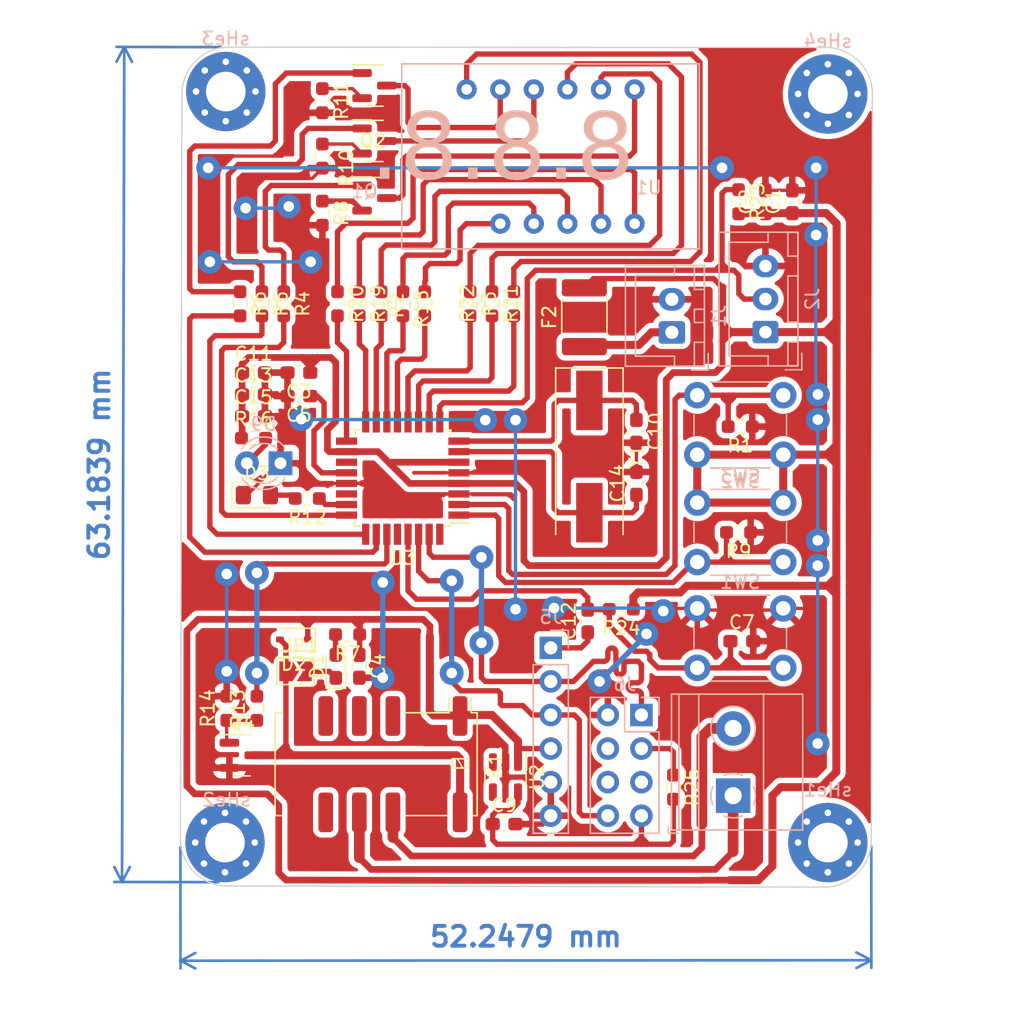
<source format=kicad_pcb>
(kicad_pcb (version 20221018) (generator pcbnew)
  (layers (0 "F.Cu" signal) (31 "B.Cu" signal) (34 "B.Paste" user) (35 "F.Paste" user) (36 "B.SilkS" user "B.Silkscreen") (37 "F.SilkS" user "F.Silkscreen") (38 "B.Mask" user) (39 "F.Mask" user) (44 "Edge.Cuts" user))
  (net 0 "")
  (net 1 "VCC")
  (net 2 "GND")
  (net 3 "Net-(U3-AREF)")
  (net 4 "Net-(D1-K)")
  (net 5 "Net-(D1-A)")
  (net 6 "Opto")
  (net 7 "Net-(D9-A)")
  (net 8 "Temp")
  (net 9 "COM")
  (net 10 "NC")
  (net 11 "TX")
  (net 12 "RX")
  (net 18 "Net-(Q1-B)")
  (net 19 "Net-(Q1-E)")
  (net 20 "1")
  (net 21 "Net-(Q2-B)")
  (net 22 "Net-(Q2-E)")
  (net 23 "2")
  (net 24 "Net-(Q3-B)")
  (net 25 "Net-(Q3-E)")
  (net 26 "3")
  (net 27 "Net-(Q4-B)")
  (net 28 "a")
  (net 29 "A")
  (net 30 "EN1")
  (net 31 "EN2")
  (net 32 "EN3")
  (net 33 "/RESET")
  (net 34 "RELAYPIN")
  (net 35 "b")
  (net 36 "B")
  (net 37 "c")
  (net 38 "C")
  (net 39 "d")
  (net 40 "D")
  (net 41 "e")
  (net 42 "E")
  (net 43 "f")
  (net 44 "F")
  (net 45 "g")
  (net 46 "G")
  (net 47 "XTAL-")
  (net 48 "Net-(J1-Pin_1)")
  (net 49 "dp")
  (net 50 "DTR")
  (net 51 "XTAL+")
  (net 52 "btn1")
  (net 53 "DP")
  (net 54 "btn2")
  (net 55 "Net-(D3-A)")
  (net 60 "LED")
  (net 61 "+3.3V")
  (net 65 "Net-(J6-Pin_3)")
  (footprint "Package_TO_SOT_SMD:SOT-23" (layer "F.Cu") (at 69.088 65.913)
    (fp_text reference "Q3" hide)
    (fp_text value "S9013")
  )
  (footprint "Resistor_SMD:R_0603_1608Metric_Pad0.98x0.95mm_HandSolder" (layer "F.Cu") (at 67.056 107.442 180)
    (fp_text reference "R7")
    (fp_text value "10K")
  )
  (footprint "Capacitor_SMD:C_0603_1608Metric_Pad1.08x0.95mm_HandSolder" (layer "F.Cu") (at 98.659 74.6995 90)
    (fp_text reference "C2")
    (fp_text value "100nF")
  )
  (footprint "Resistor_SMD:R_0603_1608Metric_Pad0.98x0.95mm_HandSolder" (layer "F.Cu") (at 91.694 118.999 -90)
    (fp_text reference "R25")
    (fp_text value "10K")
  )
  (footprint "LED_SMD:LED_0805_2012Metric_Pad1.15x1.40mm_HandSolder" (layer "F.Cu") (at 60.198 96.901)
    (fp_text reference "D3")
    (fp_text value "LED")
  )
  (footprint "Resistor_SMD:R_0603_1608Metric_Pad0.98x0.95mm_HandSolder" (layer "F.Cu") (at 71.247 82.423 -90)
    (fp_text reference "R18")
    (fp_text value "1K")
  )
  (footprint "Resistor_SMD:R_0603_1608Metric_Pad0.98x0.95mm_HandSolder" (layer "F.Cu") (at 87.757 105.537 180)
    (fp_text reference "R24")
    (fp_text value "10K")
  )
  (footprint "Resistor_SMD:R_0603_1608Metric_Pad0.98x0.95mm_HandSolder" (layer "F.Cu") (at 65.151 71.247 -90)
    (fp_text reference "R10")
    (fp_text value "100")
  )
  (footprint "Capacitor_SMD:C_0603_1608Metric_Pad1.08x0.95mm_HandSolder" (layer "F.Cu") (at 59.944 89.281)
    (fp_text reference "C13")
    (fp_text value "100nF")
  )
  (footprint "Resistor_SMD:R_0603_1608Metric_Pad0.98x0.95mm_HandSolder" (layer "F.Cu") (at 58.928 82.423 -90)
    (fp_text reference "R6")
    (fp_text value "1K")
  )
  (footprint "Resistor_SMD:R_0603_1608Metric_Pad0.98x0.95mm_HandSolder" (layer "F.Cu") (at 96.754 91.7175 180)
    (fp_text reference "R1")
    (fp_text value "10K")
  )
  (footprint "Capacitor_SMD:C_0603_1608Metric_Pad1.08x0.95mm_HandSolder" (layer "F.Cu") (at 88.9 96.012 90)
    (fp_text reference "C14")
    (fp_text value "22pF")
  )
  (footprint "Resistor_SMD:R_0603_1608Metric_Pad0.98x0.95mm_HandSolder" (layer "F.Cu") (at 62.23 82.423 -90)
    (fp_text reference "R4")
    (fp_text value "1K")
  )
  (footprint "Resistor_SMD:R_0603_1608Metric_Pad0.98x0.95mm_HandSolder" (layer "F.Cu") (at 96.627 99.7185 180)
    (fp_text reference "R9")
    (fp_text value "10K")
  )
  (footprint "Resistor_SMD:R_0603_1608Metric_Pad0.98x0.95mm_HandSolder" (layer "F.Cu") (at 64.008 97.155 180)
    (fp_text reference "R12")
    (fp_text value "10K")
  )
  (footprint "Resistor_SMD:R_0603_1608Metric_Pad0.98x0.95mm_HandSolder" (layer "F.Cu") (at 77.978 82.423 -90)
    (fp_text reference "R21")
    (fp_text value "1K")
  )
  (footprint "Package_TO_SOT_SMD:SOT-23" (layer "F.Cu") (at 69.088 70.104)
    (fp_text reference "Q2")
    (fp_text value "S9013")
  )
  (footprint "Capacitor_SMD:C_0603_1608Metric_Pad1.08x0.95mm_HandSolder" (layer "F.Cu") (at 100.691 74.6995 90)
    (fp_text reference "C1")
    (fp_text value "100nF" hide)
  )
  (footprint "Resistor_SMD:R_0603_1608Metric_Pad0.98x0.95mm_HandSolder" (layer "F.Cu") (at 69.596 82.423 -90)
    (fp_text reference "R2")
    (fp_text value "1K")
  )
  (footprint "Capacitor_SMD:C_0603_1608Metric_Pad1.08x0.95mm_HandSolder" (layer "F.Cu") (at 59.944 87.63)
    (fp_text reference "C11")
    (fp_text value "4.7uF")
  )
  (footprint "Fuse:Fuse_1812_4532Metric_Pad1.30x3.40mm_HandSolder" (layer "F.Cu") (at 84.963 83.439 90)
    (fp_text reference "F2")
    (fp_text value "Fuse_Small")
  )
  (footprint "Resistor_SMD:R_0603_1608Metric_Pad0.98x0.95mm_HandSolder" (layer "F.Cu") (at 72.898 82.423 -90)
    (fp_text reference "R22")
    (fp_text value "1K")
  )
  (footprint "LED_SMD:LED_0603_1608Metric_Pad1.05x0.95mm_HandSolder" (layer "F.Cu") (at 66.167 109.855 90)
    (fp_text reference "D1")
    (fp_text value "LED")
  )
  (footprint "Package_TO_SOT_SMD:SOT-23-5" (layer "F.Cu") (at 78.994 118.237 -90)
    (fp_text reference "U2")
    (fp_text value "AP2112K-3.3")
  )
  (footprint "Package_TO_SOT_SMD:SOT-23" (layer "F.Cu") (at 59.055 116.586)
    (fp_text reference "Q4")
    (fp_text value "MMBT2222")
  )
  (footprint "Resistor_SMD:R_0603_1608Metric_Pad0.98x0.95mm_HandSolder" (layer "F.Cu") (at 57.912 113.03 90)
    (fp_text reference "R14")
    (fp_text value "10K")
  )
  (footprint "Capacitor_SMD:C_0603_1608Metric_Pad1.08x0.95mm_HandSolder" (layer "F.Cu") (at 63.373 89.408 180)
    (fp_text reference "C5")
    (fp_text value "0.1uF")
  )
  (footprint "Resistor_SMD:R_0603_1608Metric_Pad0.98x0.95mm_HandSolder" (layer "F.Cu") (at 67.945 82.423 -90)
    (fp_text reference "R19")
    (fp_text value "1K" hide)
  )
  (footprint "Jumper:SolderJumper-2_P1.3mm_Open_TrianglePad1.0x1.5mm" (layer "F.Cu") (at 63.119 110.236)
    (fp_text reference "JP1")
    (fp_text value "SolderJumper_2_Open")
  )
  (footprint "Resistor_SMD:R_0603_1608Metric_Pad0.98x0.95mm_HandSolder" (layer "F.Cu") (at 59.944 92.583)
    (fp_text reference "R16")
    (fp_text value "10K")
  )
  (footprint "Capacitor_SMD:C_0603_1608Metric_Pad1.08x0.95mm_HandSolder" (layer "F.Cu") (at 88.9 92.075 -90)
    (fp_text reference "C10")
    (fp_text value "22pF")
  )
  (footprint "Relay_SMD:Relay_DPDT_Kemet_EE2_NU" (layer "F.Cu") (at 69.215 117.259 -90)
    (fp_text reference "K1")
    (fp_text value "EE2-4.5NU")
  )
  (footprint "Capacitor_SMD:C_0603_1608Metric_Pad1.08x0.95mm_HandSolder" (layer "F.Cu") (at 78.8935 121.793)
    (fp_text reference "C9")
    (fp_text value "10uF")
  )
  (footprint "Resistor_SMD:R_0603_1608Metric_Pad0.98x0.95mm_HandSolder" (layer "F.Cu") (at 76.327 82.423 -90)
    (fp_text reference "R3")
    (fp_text value "1K")
  )
  (footprint "Diode_SMD:D_SOD-323" (layer "F.Cu") (at 62.992 107.823 180)
    (fp_text reference "D2")
    (fp_text value "1N4148WS" hide)
  )
  (footprint "Resistor_SMD:R_0603_1608Metric_Pad0.98x0.95mm_HandSolder" (layer "F.Cu") (at 65.151 67.056 -90)
    (fp_text reference "R11")
    (fp_text value "100")
  )
  (footprint "Resistor_SMD:R_0603_1608Metric_Pad0.98x0.95mm_HandSolder" (layer "F.Cu") (at 66.294 82.423 -90)
    (fp_text reference "R20")
    (fp_text value "1K")
  )
  (footprint "Resistor_SMD:R_0603_1608Metric_Pad0.98x0.95mm_HandSolder" (layer "F.Cu") (at 60.198 113.03 90)
    (fp_text reference "R13")
    (fp_text value "1K")
  )
  (footprint "Crystal:Crystal_SMD_HC49-SD" (layer "F.Cu") (at 85.344 93.98 -90)
    (fp_text reference "Y1")
    (fp_text value "16MHz")
  )
  (footprint "Resistor_SMD:R_0603_1608Metric_Pad0.98x0.95mm_HandSolder" (layer "F.Cu") (at 79.629 82.423 -90)
    (fp_text reference "R17" hide)
    (fp_text value "1K")
  )
  (footprint "Package_TO_SOT_SMD:SOT-23" (layer "F.Cu") (at 69.088 74.422)
    (fp_text reference "Q1")
    (fp_text value "S9013")
  )
  (footprint "Package_QFP:TQFP-32_7x7mm_P0.8mm" (layer "F.Cu") (at 71.228 95.612 180)
    (fp_text reference "U3")
    (fp_text value "ATmega328P-A")
  )
  (footprint "Capacitor_SMD:C_0603_1608Metric_Pad1.08x0.95mm_HandSolder" (layer "F.Cu") (at 59.944 90.932)
    (fp_text reference "C15")
    (fp_text value "100nF")
  )
  (footprint "Resistor_SMD:R_0603_1608Metric_Pad0.98x0.95mm_HandSolder" (layer "F.Cu") (at 65.151 75.565 -90)
    (fp_text reference "R8")
    (fp_text value "100")
  )
  (footprint "Resistor_SMD:R_0603_1608Metric_Pad0.98x0.95mm_HandSolder" (layer "F.Cu") (at 96.627 74.6995 -90)
    (fp_text reference "R23")
    (fp_text value "10K")
  )
  (footprint "Capacitor_SMD:C_0603_1608Metric_Pad1.08x0.95mm_HandSolder" (layer "F.Cu") (at 85.217 106.426 90)
    (fp_text reference "C12")
    (fp_text value "100nF" hide)
  )
  (footprint "Resistor_SMD:R_0603_1608Metric_Pad0.98x0.95mm_HandSolder" (layer "F.Cu") (at 60.579 82.423 -90)
    (fp_text reference "R5")
    (fp_text value "1K")
  )
  (footprint "Capacitor_SMD:C_0603_1608Metric_Pad1.08x0.95mm_HandSolder" (layer "F.Cu") (at 67.945 109.855 -90)
    (fp_text reference "C4")
    (fp_text value "10uF")
  )
  (footprint "Capacitor_SMD:C_0603_1608Metric_Pad1.08x0.95mm_HandSolder" (layer "F.Cu") (at 96.8745 107.95)
    (fp_text reference "C7")
    (fp_text value "100nF")
  )
  (footprint "Capacitor_SMD:C_0603_1608Metric_Pad1.08x0.95mm_HandSolder" (layer "F.Cu") (at 63.373 87.63 180)
    (fp_text reference "C3")
    (fp_text value "1uF" hide)
  )
  (footprint "Button_Switch_THT:SW_PUSH_6mm_H13mm" (layer "B.Cu") (at 100.004 97.4685 180)
    (fp_text reference "SW3")
    (fp_text value "SW_SPST")
  )
  (footprint "3631BS:3631BS 7Segment 3Digit" (layer "B.Cu") (at 88.763 76.3605 180)
    (fp_text reference "U1")
    (fp_text value "~")
  )
  (footprint "Button_Switch_THT:SW_PUSH_6mm_H5mm" (layer "B.Cu") (at 100.004 105.4695 180)
    (fp_text reference "SW1")
    (fp_text value "SW_SPST")
  )
  (footprint "MountingHole:MountingHole_3mm_Pad_Via" (layer "B.Cu") (at 103.378 66.548 180)
    (fp_text reference "sHe4")
    (fp_text value "MountingHole")
  )
  (footprint "LED_THT:LED_D3.0mm" (layer "B.Cu") (at 61.981 94.488 180)
    (fp_text reference "D9")
    (fp_text value "LED")
  )
  (footprint "TerminalBlock_Phoenix:TerminalBlock_Phoenix_MKDS-1,5-2-5.08_1x02_P5.08mm_Horizontal" (layer "B.Cu") (at 96.215 119.639 90)
    (fp_text reference "J3" hide)
    (fp_text value "Screw_Terminal_01x02" hide)
  )
  (footprint "Button_Switch_THT:SW_PUSH_6mm_H13mm" (layer "B.Cu") (at 93.504 93.8405)
    (fp_text reference "SW2")
    (fp_text value "SW_SPST")
  )
  (footprint "Connector_PinHeader_2.54mm:PinHeader_2x04_P2.54mm_Vertical" (layer "B.Cu") (at 89.281 113.538 180)
    (fp_text reference "J6")
    (fp_text value "Conn_02x04_Top_Bottom")
  )
  (footprint "MountingHole:MountingHole_3mm_Pad_Via" (layer "B.Cu") (at 57.84501 66.36099 180)
    (fp_text reference "sHe3")
    (fp_text value "MountingHole" hide)
  )
  (footprint "MountingHole:MountingHole_3mm_Pad_Via" (layer "B.Cu") (at 57.785 123.19 180)
    (fp_text reference "sHe2")
    (fp_text value "MountingHole")
  )
  (footprint "MountingHole:MountingHole_3mm_Pad_Via" (layer "B.Cu") (at 103.378 123.19 180)
    (fp_text reference "sHe1")
    (fp_text value "MountingHole")
  )
  (footprint "Connector_JST:JST_XH_B3B-XH-A_1x03_P2.50mm_Vertical" (layer "B.Cu") (at 98.659 84.5655 90)
    (fp_text reference "J2")
    (fp_text value "Sensors")
  )
  (footprint "Connector_PinHeader_2.54mm:PinHeader_1x06_P2.54mm_Vertical" (layer "B.Cu") (at 82.423 108.458 180)
    (fp_text reference "J5")
    (fp_text value "FTDI")
  )
  (footprint "Connector_JST:JST_XH_B2B-XH-A_1x02_P2.50mm_Vertical" (layer "B.Cu") (at 91.581 84.5855 90)
    (fp_text reference "J1")
    (fp_text value "Conn_01x02")
  )
  (gr_line (start 57.95521 63.006342) (end 103.193232 63.024657) (stroke (width 0.1)) (layer "Edge.Cuts"))
  (gr_arc (start 57.96975 126.473696) (mid 55.498994 125.476004) (end 54.41375 123.042429) (stroke (width 0.1)) (layer "Edge.Cuts"))
  (gr_line (start 54.523943 66.562342) (end 54.41375 123.042429) (stroke (width 0.1)) (layer "Edge.Cuts"))
  (gr_arc (start 54.523943 66.562342) (mid 55.521613 64.09155) (end 57.95521 63.006342) (stroke (width 0.1)) (layer "Edge.Cuts"))
  (gr_line (start 106.661685 123.005235) (end 106.746967 66.455924) (stroke (width 0.1)) (layer "Edge.Cuts"))
  (gr_arc (start 106.661685 123.005235) (mid 105.664 125.476) (end 103.230418 126.561235) (stroke (width 0.1)) (layer "Edge.Cuts"))
  (gr_arc (start 103.193232 63.024657) (mid 105.663968 64.022355) (end 106.749232 66.455924) (stroke (width 0.1)) (layer "Edge.Cuts"))
  (gr_line (start 57.96975 126.473696) (end 103.230418 126.561235) (stroke (width 0.1)) (layer "Edge.Cuts"))
  (dimension (type aligned) (layer "B.Cu") (pts (xy 57.95521 63.006342) (xy 57.785 126.19)) (height 7.78694) (gr_text "63.1839 mm" (at 48.2832 94.572345 89.84565169) (layer "B.Cu") (effects (font (size 1.5 1.5) (thickness 0.3)))) (format (prefix "") (suffix "") (units 3) (units_format 1) (precision 4)) (style (thickness 0.2) (arrow_length 1.27) (text_position_mode 0) (extension_height 0.58642) (extension_offset 0.5) keep_text_aligned))
  (dimension (type aligned) (layer "B.Cu") (pts (xy 54.41375 123.042429) (xy 106.661685 123.005235)) (height 9.088219) (gr_text "52.2479 mm" (at 80.542907 130.312049 0.04078742677) (layer "B.Cu") (effects (font (size 1.5 1.5) (thickness 0.3)))) (format (prefix "") (suffix "") (units 3) (units_format 1) (precision 4)) (style (thickness 0.2) (arrow_length 1.27) (text_position_mode 0) (extension_height 0.58642) (extension_offset 0.5) keep_text_aligned))
  (segment (start 103.248 75.562) (end 104.041355 76.355355) (width 0.6096) (layer "F.Cu") (net 1))
  (segment (start 104.041355 83.7165) (end 104.040433 84.4785) (width 0.6096) (layer "F.Cu") (net 1))
  (segment (start 103.231 84.5655) (end 103.953433 84.5655) (width 0.6096) (layer "F.Cu") (net 1))
  (segment (start 100.691 75.562) (end 103.248 75.562) (width 0.6096) (layer "F.Cu") (net 1))
  (segment (start 103.104 93.8405) (end 103.938218 93.8405) (width 0.6096) (layer "F.Cu") (net 1))
  (segment (start 104.039358 85.3675) (end 104.029986 93.1145) (width 0.6096) (layer "F.Cu") (net 1))
  (segment (start 80.772 102.235) (end 90.551 102.235) (width 0.508) (layer "F.Cu") (net 1))
  (segment (start 96.677 75.562) (end 96.627 75.612) (width 0.6096) (layer "F.Cu") (net 1))
  (segment (start 104.040433 84.4785) (end 104.039358 85.3675) (width 0.6096) (layer "F.Cu") (net 1))
  (segment (start 64.042 106.934) (end 64.042 106.392) (width 0.4064) (layer "F.Cu") (net 1))
  (segment (start 103.357296 93.78719) (end 104.029986 93.1145) (width 0.6096) (layer "F.Cu") (net 1))
  (segment (start 63.627 106.299) (end 64.135 106.299) (width 0.508) (layer "F.Cu") (net 1))
  (segment (start 70.396 94.412) (end 70.2755 94.5325) (width 0.508) (layer "F.Cu") (net 1))
  (segment (start 59.0815 86.9685) (end 59.0815 87.63) (width 0.508) (layer "F.Cu") (net 1))
  (segment (start 95.377 81.2) (end 95.377 83.947) (width 0.6096) (layer "F.Cu") (net 1))
  (segment (start 55.499 119.507) (end 54.901957 118.909957) (width 0.508) (layer "F.Cu") (net 1))
  (segment (start 64.042 106.934) (end 64.042 106.773) (width 0.4064) (layer "F.Cu") (net 1))
  (segment (start 64.2355 87.63) (end 64.2355 87.122) (width 0.508) (layer "F.Cu") (net 1))
  (segment (start 103.104 93.8405) (end 103.357296 93.8405) (width 0.6096) (layer "F.Cu") (net 1))
  (segment (start 67.9685 106.807) (end 67.9685 106.3225) (width 0.4064) (layer "F.Cu") (net 1))
  (segment (start 67.9685 108.969) (end 67.945 108.9925) (width 0.4064) (layer "F.Cu") (net 1))
  (segment (start 104.01711 103.759) (end 103.378 103.759) (width 0.6096) (layer "F.Cu") (net 1))
  (segment (start 59.563 86.487) (end 59.0815 86.9685) (width 0.508) (layer "F.Cu") (net 1))
  (segment (start 75.478 94.412) (end 70.396 94.412) (width 0.508) (layer "F.Cu") (net 1))
  (segment (start 103.38211 103.759) (end 103.382878 103.759) (width 0.6096) (layer "F.Cu") (net 1))
  (segment (start 89.027 104.267) (end 88.6695 104.6245) (width 0.6096) (layer "F.Cu") (net 1))
  (segment (start 63.627 106.299) (end 63.627 106.358) (width 0.508) (layer "F.Cu") (net 1))
  (segment (start 103.237358 84.5655) (end 103.237358 84.520497) (width 0.6096) (layer "F.Cu") (net 1))
  (segment (start 100.004 93.8405) (end 93.504 93.8405) (width 0.6096) (layer "F.Cu") (net 1))
  (segment (start 79.944 115.504) (end 79.944 117.0995) (width 0.6096) (layer "F.Cu") (net 1))
  (segment (start 66.167 88.392) (end 66.167 91.313) (width 0.508) (layer "F.Cu") (net 1))
  (segment (start 73.279 107.569) (end 73.279 106.807) (width 0.508) (layer "F.Cu") (net 1))
  (segment (start 103.953433 84.5655) (end 104.040433 84.4785) (width 0.6096) (layer "F.Cu") (net 1))
  (segment (start 60.96 119.507) (end 55.499 119.507) (width 0.508) (layer "F.Cu") (net 1))
  (segment (start 99.822 118.999) (end 102.87 118.999) (width 0.6096) (layer "F.Cu") (net 1))
  (segment (start 75.245234 126.049908) (end 62.39806 126.02506) (width 0.508) (layer "F.Cu") (net 1))
  (segment (start 64.77 86.487) (end 64.77 86.5875) (width 0.508) (layer "F.Cu") (net 1))
  (segment (start 95.9955 84.5655) (end 98.659 84.5655) (width 0.6096) (layer "F.Cu") (net 1))
  (segment (start 94.742 80.518) (end 85.659 80.518) (width 0.4064) (layer "F.Cu") (net 1))
  (segment (start 82.423 116.078) (end 79.944 116.078) (width 0.4064) (layer "F.Cu") (net 1))
  (segment (start 95.960882 126.035118) (end 93.863512 126.035118) (width 0.508) (layer "F.Cu") (net 1))
  (segment (start 59.0815 89.281) (end 59.0815 90.932) (width 0.508) (layer "F.Cu") (net 1))
  (segment (start 94.869 87.63) (end 95.377 87.122) (width 0.508) (layer "F.Cu") (net 1))
  (segment (start 61.849 125.476) (end 61.849 120.396) (width 0.508) (layer "F.Cu") (net 1))
  (segment (start 64.042 106.773) (end 64.516 106.299) (width 0.4064) (layer "F.Cu") (net 1))
  (segment (start 103.382878 103.759) (end 104.017878 103.124) (width 0.6096) (layer "F.Cu") (net 1))
  (segment (start 68.326 106.299) (end 67.945 106.299) (width 0.508) (layer "F.Cu") (net 1))
  (segment (start 98.659 84.5655) (end 103.231 84.5655) (width 0.6096) (layer "F.Cu") (net 1))
  (segment (start 63.627 86.5135) (end 64.2355 87.122) (width 0.508) (layer "F.Cu") (net 1))
  (segment (start 95.377 83.947) (end 95.9955 84.5655) (width 0.6096) (layer "F.Cu") (net 1))
  (segment (start 75.603 113.538) (end 77.978 113.538) (width 0.6096) (layer "F.Cu") (net 1))
  (segment (start 73.571 113.576) (end 75.565 113.576) (width 0.6096) (layer "F.Cu") (net 1))
  (segment (start 100.004 97.4685) (end 93.504 97.4685) (width 0.6096) (layer "F.Cu") (net 1))
  (segment (start 55.753 106.299) (end 63.627 106.299) (width 0.508) (layer "F.Cu") (net 1))
  (segment (start 67.564 106.299) (end 67.564 106.4025) (width 0.508) (layer "F.Cu") (net 1))
  (segment (start 79.756 96.012) (end 80.391 96.647) (width 0.508) (layer "F.Cu") (net 1))
  (segment (start 73.279 106.807) (end 72.771 106.299) (width 0.508) (layer "F.Cu") (net 1))
  (segment (start 63.627 86.487) (end 63.627 86.5135) (width 0.508) (layer "F.Cu") (net 1))
  (segment (start 64.3625 87.503) (end 64.2355 87.63) (width 0.508) (layer "F.Cu") (net 1))
  (segment (start 103.378 103.759) (end 92.719288 103.759) (width 0.6096) (layer "F.Cu") (net 1))
  (segment (start 103.357296 93.8405) (end 103.357296 93.78719) (width 0.6096) (layer "F.Cu") (net 1))
  (segment (start 72.771 106.299) (end 68.326 106.299) (width 0.508) (layer "F.Cu") (net 1))
  (segment (start 64.2355 87.122) (end 64.2355 86.6405) (width 0.508) (layer "F.Cu") (net 1))
  (segment (start 100.004 93.8405) (end 103.104 93.8405) (width 0.6096) (layer "F.Cu") (net 1))
  (segment (start 90.551 102.235) (end 91.1606 101.6254) (width 0.508) (layer "F.Cu") (net 1))
  (segment (start 67.564 106.299) (end 67.945 106.299) (width 0.508) (layer "F.Cu") (net 1))
  (segment (start 95.4005 81.1765) (end 94.742 80.518) (width 0.4064) (layer "F.Cu") (net 1))
  (segment (start 67.9685 106.807) (end 67.9685 106.6565) (width 0.4064) (layer "F.Cu") (net 1))
  (segment (start 63.627 86.487) (end 59.563 86.487) (width 0.508) (layer "F.Cu") (net 1))
  (segment (start 73.279 113.284) (end 73.571 113.576) (width 0.6096) (layer "F.Cu") (net 1))
  (segment (start 92.719288 103.759) (end 92.211288 104.267) (width 0.6096) (layer "F.Cu") (net 1))
  (segment (start 103.237358 84.520497) (end 104.041355 83.7165) (width 0.6096) (layer "F.Cu") (net 1))
  (segment (start 102.87 118.999) (end 104.01711 117.85189) (width 0.6096) (layer "F.Cu") (net 1))
  (segment (start 80.391 101.854) (end 80.772 102.235) (width 0.508) (layer "F.Cu") (net 1))
  (segment (start 80.391 96.647) (end 80.391 101.854) (width 0.508) (layer "F.Cu") (net 1))
  (segment (start 104.029986 93.1145) (end 104.029218 93.7495) (width 0.6096) (layer "F.Cu") (net 1))
  (segment (start 59.0815 87.63) (end 59.0815 89.281) (width 0.508) (layer "F.Cu") (net 1))
  (segment (start 64.042 107.823) (end 64.042 106.934) (width 0.4064) (layer "F.Cu") (net 1))
  (segment (start 66.167 86.868) (end 65.786 86.487) (width 0.508) (layer "F.Cu") (net 1))
  (segment (start 62.39806 126.02506) (end 61.849 125.476) (width 0.508) (layer "F.Cu") (net 1))
  (segment (start 59.0815 92.533) (end 59.0315 92.583) (width 0.508) (layer "F.Cu") (net 1))
  (segment (start 100.004 97.4685) (end 100.004 93.8405) (width 0.6096) (layer "F.Cu") (net 1))
  (segment (start 99.187 119.634) (end 99.822 118.999) (width 0.6096) (layer "F.Cu") (net 1))
  (segment (start 64.135 106.299) (end 64.516 106.299) (width 0.508) (layer "F.Cu") (net 1))
  (segment (start 95.9955 84.5655) (end 95.9955 84.5985) (width 0.6096) (layer "F.Cu") (net 1))
  (segment (start 75.565 113.576) (end 75.603 113.538) (width 0.6096) (layer "F.Cu") (net 1))
  (segment (start 67.9685 107.442) (end 67.9685 106.807) (width 0.4064) (layer "F.Cu") (net 1))
  (segment (start 98.659 75.562) (end 100.691 75.562) (width 0.6096) (layer "F.Cu") (net 1))
  (segment (start 92.211288 104.267) (end 89.027 104.267) (width 0.6096) (layer "F.Cu") (net 1))
  (segment (start 64.042 106.392) (end 64.135 106.299) (width 0.4064) (layer "F.Cu") (net 1))
  (segment (start 103.38211 103.759) (end 104.01711 104.394) (width 0.6096) (layer "F.Cu") (net 1))
  (segment (start 65.532 93.472) (end 65.672 93.612) (width 0.508) (layer "F.Cu") (net 1))
  (segment (start 95.377 85.217) (end 95.377 83.947) (width 0.508) (layer "F.Cu") (net 1))
  (segment (start 103.378 103.759) (end 103.38211 103.759) (width 0.6096) (layer "F.Cu") (net 1))
  (segment (start 93.504 93.8405) (end 93.504 97.4685) (width 0.6096) (layer "F.Cu") (net 1))
  (segment (start 71.755 96.012) (end 70.2755 94.5325) (width 0.508) (layer "F.Cu") (net 1))
  (segment (start 91.1606 88.1634) (end 91.694 87.63) (width 0.508) (layer "F.Cu") (net 1))
  (segment (start 99.187 124.968) (end 99.187 119.634) (width 0.6096) (layer "F.Cu") (net 1))
  (segment (start 67.9685 107.442) (end 67.9685 108.969) (width 0.4064) (layer "F.Cu") (net 1))
  (segment (start 64.389 86.487) (end 63.627 86.487) (width 0.508) (layer "F.Cu") (net 1))
  (segment (start 104.017878 103.124) (end 104.01711 103.759) (width 0.6096) (layer "F.Cu") (net 1))
  (segment (start 104.041355 76.355355) (end 104.041355 83.7165) (width 0.6096) (layer "F.Cu") (net 1))
  (segment (start 93.863512 126.035118) (end 93.848722 126.049908) (width 0.508) (layer "F.Cu") (net 1))
  (segment (start 75.478 96.012) (end 71.755 96.012) (width 0.508) (layer "F.Cu") (net 1))
  (segment (start 103.231 84.5655) (end 103.237358 84.5655) (width 0.6096) (layer "F.Cu") (net 1))
  (segment (start 67.564 106.4025) (end 67.9685 106.807) (width 0.508) (layer "F.Cu") (net 1))
  (segment (start 79.944 116.078) (end 79.944 117.0995) (width 0.4064) (layer "F.Cu") (net 1))
  (segment (start 95.4005 81.1765) (end 95.377 81.2) (width 0.6096) (layer "F.Cu") (net 1))
  (segment (start 65.786 86.487) (end 64.77 86.487) (width 0.508) (layer "F.Cu") (net 1))
  (segment (start 65.672 93.612) (end 66.978 93.612) (width 0.508) (layer "F.Cu") (net 1))
  (segment (start 64.516 106.299) (end 67.564 106.299) (width 0.508) (layer "F.Cu") (net 1))
  (segment (start 61.849 120.396) (end 60.96 119.507) (width 0.508) (layer "F.Cu") (net 1))
  (segment (start 95.377 87.122) (end 95.377 85.217) (width 0.508) (layer "F.Cu") (net 1))
  (segment (start 64.77 86.487) (end 64.389 86.487) (width 0.508) (layer "F.Cu") (net 1))
  (segment (start 104.01711 104.394) (end 104.01711 103.759) (width 0.6096) (layer "F.Cu") (net 1))
  (segment (start 77.978 113.538) (end 79.944 115.504) (width 0.6096) (layer "F.Cu") (net 1))
  (segment (start 85.659 80.518) (end 84.963 81.214) (width 0.4064) (layer "F.Cu") (net 1))
  (segment (start 54.901957 107.150043) (end 55.753 106.299) (width 0.508) (layer "F.Cu") (net 1))
  (segment (start 63.627 106.358) (end 64.042 106.773) (width 0.508) (layer "F.Cu") (net 1))
  (segment (start 95.960882 126.035118) (end 98.119882 126.035118) (width 0.6096) (layer "F.Cu") (net 1))
  (segment (start 95.9955 84.5985) (end 95.377 85.217) (width 0.6096) (layer "F.Cu") (net 1))
  (segment (start 91.1606 101.6254) (end 91.1606 88.1634) (width 0.508) (layer "F.Cu") (net 1))
  (segment (start 98.119882 126.035118) (end 99.187 124.968) (width 0.6096) (layer "F.Cu") (net 1))
  (segment (start 54.901957 118.909957) (end 54.901957 107.150043) (width 0.508) (layer "F.Cu") (net 1))
  (segment (start 98.659 75.562) (end 96.677 75.562) (width 0.6096) (layer "F.Cu") (net 1))
  (segment (start 104.01711 117.85189) (end 104.01711 104.394) (width 0.6096) (layer "F.Cu") (net 1))
  (segment (start 65.532 91.948) (end 65.532 93.472) (width 0.508) (layer "F.Cu") (net 1))
  (segment (start 104.028296 94.5115) (end 104.017878 103.124) (width 0.6096) (layer "F.Cu") (net 1))
  (segment (start 103.357296 93.8405) (end 104.028296 94.5115) (width 0.6096) (layer "F.Cu") (net 1))
  (segment (start 64.77 86.5875) (end 64.2355 87.122) (width 0.508) (layer "F.Cu") (net 1))
  (segment (start 103.938218 93.8405) (end 104.029218 93.7495) (width 0.6096) (layer "F.Cu") (net 1))
  (segment (start 93.848722 126.049908) (end 75.245234 126.049908) (width 0.508) (layer "F.Cu") (net 1))
  (segment (start 75.565 113.576) (end 75.654 113.665) (width 0.6096) (layer "F.Cu") (net 1))
  (segment (start 91.694 87.63) (end 94.869 87.63) (width 0.508) (layer "F.Cu") (net 1))
  (segment (start 103.237358 84.5655) (end 104.039358 85.3675) (width 0.6096) (layer "F.Cu") (net 1))
  (segment (start 70.2755 94.5325) (end 69.355 93.612) (width 0.508) (layer "F.Cu") (net 1))
  (segment (start 64.2355 86.6405) (end 64.389 86.487) (width 0.508) (layer "F.Cu") (net 1))
  (segment (start 66.167 88.392) (end 66.167 86.868) (width 0.508) (layer "F.Cu") (net 1))
  (segment (start 104.029218 93.7495) (end 104.028296 94.5115) (width 0.6096) (layer "F.Cu") (net 1))
  (segment (start 59.0815 90.932) (end 59.0815 92.533) (width 0.508) (layer "F.Cu") (net 1))
  (segment (start 69.355 93.612) (end 66.978 93.612) (width 0.508) (layer "F.Cu") (net 1))
  (segment (start 66.167 91.313) (end 65.532 91.948) (width 0.508) (layer "F.Cu") (net 1))
  (segment (start 75.478 96.012) (end 79.756 96.012) (width 0.508) (layer "F.Cu") (net 1))
  (segment (start 67.9685 106.6565) (end 68.326 106.299) (width 0.4064) (layer "F.Cu") (net 1))
  (segment (start 88.6695 104.6245) (end 88.6695 105.537) (width 0.6096) (layer "F.Cu") (net 1))
  (segment (start 67.9685 106.3225) (end 67.945 106.299) (width 0.4064) (layer "F.Cu") (net 1))
  (segment (start 73.279 107.569) (end 73.279 113.284) (width 0.6096) (layer "F.Cu") (net 1))
  (segment (start 97.79 105.5965) (end 97.79 107.897) (width 0.254) (layer "F.Cu") (net 2))
  (segment (start 102.624818 91.18555) (end 102.36245 91.18555) (width 0.254) (layer "F.Cu") (net 2))
  (segment (start 98.171 72.136) (end 98.659 72.624) (width 0.254) (layer "F.Cu") (net 2))
  (segment (start 57.404 71.247) (end 56.515 72.136) (width 0.254) (layer "F.Cu") (net 2))
  (segment (start 62.5105 87.63) (end 62.5105 89.408) (width 0.254) (layer "F.Cu") (net 2))
  (segment (start 61.849 94.488) (end 61.981 94.488) (width 0.254) (layer "F.Cu") (net 2))
  (segment (start 62.8015 70.5485) (end 62.357 70.993) (width 0.254) (layer "F.Cu") (net 2))
  (segment (start 91.137 105.4695) (end 93.504 105.4695) (width 0.254) (layer "F.Cu") (net 2))
  (segment (start 57.912 104.775) (end 58.674 105.537) (width 0.254) (layer "F.Cu") (net 2))
  (segment (start 102.614218 102.231768) (end 102.614218 99.695) (width 0.254) (layer "F.Cu") (net 2))
  (segment (start 89.9425 92.9375) (end 90.043 92.837) (width 0.254) (layer "F.Cu") (net 2))
  (segment (start 101.8305 91.7175) (end 97.6665 91.7175) (width 0.254) (layer "F.Cu") (net 2))
  (segment (start 78.994 117.983) (end 78.994 117.0995) (width 0.4064) (layer "F.Cu") (net 2))
  (segment (start 62.3835 89.281) (end 62.5105 89.408) (width 0.254) (layer "F.Cu") (net 2))
  (segment (start 63.332556 90.932) (end 61.468 90.932) (width 0.254) (layer "F.Cu") (net 2))
  (segment (start 79.756 121.793) (end 81.788 121.793) (width 0.4064) (layer "F.Cu") (net 2))
  (segment (start 60.0304 72.9386) (end 64.3719 72.9386) (width 0.254) (layer "F.Cu") (net 2))
  (segment (start 58.1175 117.536) (end 57.211 117.536) (width 0.254) (layer "F.Cu") (net 2))
  (segment (start 102.469 91.029732) (end 102.624818 91.18555) (width 0.254) (layer "F.Cu") (net 2))
  (segment (start 97.563 99.695) (end 102.614218 99.695) (width 0.254) (layer "F.Cu") (net 2))
  (segment (start 90.043 92.837) (end 90.043 92.71) (width 0.254) (layer "F.Cu") (net 2))
  (segment (start 60.8065 89.281) (end 62.3835 89.281) (width 0.254) (layer "F.Cu") (net 2))
  (segment (start 56.642 79.248) (end 56.642 72.263) (width 0.254) (layer "F.Cu") (net 2))
  (segment (start 89.408 101.219) (end 90.043 100.584) (width 0.254) (layer "F.Cu") (net 2))
  (segment (start 61.468 90.932) (end 60.8065 90.932) (width 0.254) (layer "F.Cu") (net 2))
  (segment (start 82.296 86.995) (end 93.853 86.995) (width 0.254) (layer "F.Cu") (net 2))
  (segment (start 62.357 70.993) (end 62.103 71.247) (width 0.254) (layer "F.Cu") (net 2))
  (segment (start 99.877 105.5965) (end 97.79 105.5965) (width 0.254) (layer "F.Cu") (net 2))
  (segment (start 94.107 86.741) (end 94.107 82.55) (width 0.254) (layer "F.Cu") (net 2))
  (segment (start 71.8555 110.7175) (end 69.723 110.7175) (width 0.4064) (layer "F.Cu") (net 2))
  (segment (start 97.5395 99.7185) (end 97.563 99.695) (width 0.254) (layer "F.Cu") (net 2))
  (segment (start 81.026 91.2219) (end 79.756 91.2219) (width 0.254) (layer "F.Cu") (net 2))
  (segment (start 82.423 118.618) (end 80.772 118.618) (width 0.4064) (layer "F.Cu") (net 2))
  (segment (start 57.912 112.1175) (end 56.9995 112.1175) (width 0.4064) (layer "F.Cu") (net 2))
  (segment (start 102.614218 100.328921) (end 102.614218 99.695) (width 0.254) (layer "F.Cu") (net 2))
  (segment (start 102.627122 89.280706) (end 102.469 89.438828) (width 0.254) (layer "F.Cu") (net 2))
  (segment (start 89.662 107.4061) (end 92.9999 107.4061) (width 0.4064) (layer "F.Cu") (net 2))
  (segment (start 101.6595 105.4695) (end 100.004 105.4695) (width 0.254) (layer "F.Cu") (net 2))
  (segment (start 102.489 77.216) (end 102.489 79.0775) (width 0.254) (layer "F.Cu") (net 2))
  (segment (start 64.643 96.012) (end 63.119 94.488) (width 0.254) (layer "F.Cu") (net 2))
  (segment (start 90.043 92.71) (end 90.043 86.995) (width 0.254) (layer "F.Cu") (net 2))
  (segment (start 81.915 90.805) (end 81.915 87.376) (width 0.254) (layer "F.Cu") (net 2))
  (segment (start 56.896 110.617) (end 56.896 112.014) (width 0.254) (layer "F.Cu") (net 2))
  (segment (start 102.60961 115.697) (end 102.60961 106.41961) (width 0.254) (layer "F.Cu") (net 2))
  (segment (start 102.489 79.0775) (end 102.001 79.5655) (width 0.254) (layer "F.Cu") (net 2))
  (segment (start 60.8065 89.281) (end 60.8065 87.63) (width 0.254) (layer "F.Cu") (net 2))
  (segment (start 90.043 100.584) (end 90.043 92.71) (width 0.254) (layer "F.Cu") (net 2))
  (segment (start 81.407 96.139) (end 81.407 100.838) (width 0.254) (layer "F.Cu") (net 2))
  (segment (start 98.659 72.624) (end 98.659 73.837) (width 0.254) (layer "F.Cu") (net 2))
  (segment (start 95.377 72.136) (end 97.79 72.136) (width 0.254) (layer "F.Cu") (net 2))
  (segment (start 92.9999 107.4061) (end 93.504 106.902) (width 0.4064) (layer "F.Cu") (net 2))
  (segment (start 58.674 105.537) (end 69.723 105.537) (width 0.254) (layer "F.Cu") (net 2))
  (segment (start 72.263 111.125) (end 71.8555 110.7175) (width 0.4064) (layer "F.Cu") (net 2))
  (segment (start 88.9 92.9375) (end 88.9 95.1495) (width 0.254) (layer "F.Cu") (net 2))
  (segment (start 81.788 121.793) (end 82.423 121.158) (width 0.4064) (layer "F.Cu") (net 2))
  (segment (start 56.896 117.221) (end 56.896 112.014) (width 0.254) (layer "F.Cu") (net 2))
  (segment (start 78.994 116.078) (end 78.613 115.697) (width 0.4064) (layer "F.Cu") (net 2))
  (segment (start 102.613756 100.329383) (end 102.614218 100.328921) (width 0.254) (layer "F.Cu") (net 2))
  (segment (start 59.3449 75.184) (end 59.3449 73.6241) (width 0.254) (layer "F.Cu") (net 2))
  (segment (start 66.978 96.012) (end 70.612 96.012) (width 0.254) (layer "F.Cu") (net 2))
  (segment (start 81.915 87.376) (end 82.296 86.995) (width 0.254) (layer "F.Cu") (net 2))
  (segment (start 59.436 96.901) (end 61.849 94.488) (width 0.254) (layer "F.Cu") (net 2))
  (segment (start 56.9995 112.1175) (end 56.896 112.014) (width 0.4064) (layer "F.Cu") (net 2))
  (segment (start 63.4765 67.9685) (end 62.8015 68.6435) (width 0.254) (layer "F.Cu") (net 2))
  (segment (start 102.469 89.438828) (end 102.469 91.029732) (width 0.254) (layer "F.Cu") (net 2))
  (segment (start 67.945 110.7175) (end 69.723 110.7175) (width 0.4064) (layer "F.Cu") (net 2))
  (segment (start 69.723 103.505) (end 69.723 105.537) (width 0.4064) (layer "F.Cu") (net 2))
  (segment (start 70.612 96.012) (end 71.412 96.812) (width 0.254) (layer "F.Cu") (net 2))
  (segment (start 88.9 92.9375) (end 89.9425 92.9375) (width 0.254) (layer "F.Cu") (net 2))
  (segment (start 102.36245 91.18555) (end 101.8305 91.7175) (width 0.254) (layer "F.Cu") (net 2))
  (segment (start 97.79 107.897) (end 97.737 107.95) (width 0.254) (layer "F.Cu") (net 2))
  (segment (start 93.504 106.3975) (end 93.504 105.4695) (width 0.254) (layer "F.Cu") (net 2))
  (segment (start 93.853 86.995) (end 94.107 86.741) (width 0.254) (layer "F.Cu") (net 2))
  (segment (start 72.263 115.062) (end 72.263 111.125) (width 0.4064) (layer "F.Cu") (net 2))
  (segment (start 57.211 117.536) (end 56.896 117.221) (width 0.254) (layer "F.Cu") (net 2))
  (segment (start 80.48 95.212) (end 81.407 96.139) (width 0.254) (layer "F.Cu") (net 2))
  (segment (start 57.912 110.236) (end 57.531 110.617) (width 0.254) (layer "F.Cu") (net 2))
  (segment (start 79.756 105.537) (end 69.723 105.537) (width 0.254) (layer "F.Cu") (net 2))
  (segment (start 60.8065 87.63) (end 62.5105 87.63) (width 0.254) (layer "F.Cu") (net 2))
  (segment (start 86.741 113.538) (end 86.741 111.633) (width 0.4064) (layer "F.Cu") (net 2))
  (segment (start 102.489 72.136) (end 97.79 72.136) (width 0.254) (layer "F.Cu") (net 2))
  (segment (start 81.788 101.219) (end 89.408 101.219) (width 0.254) (layer "F.Cu") (net 2))
  (segment (start 64.0315 76.4775) (end 65.151 76.4775) (width 0.254) (layer "F.Cu") (net 2))
  (segment (start 75.478 95.212) (end 80.48 95.212) (width 0.254) (layer "F.Cu") (net 2))
  (segment (start 90.932 105.6745) (end 91.137 105.4695) (width 0.254) (layer "F.Cu") (net 2))
  (segment (start 78.613 115.697) (end 72.898 115.697) (width 0.4064) (layer "F.Cu") (net 2))
  (segment (start 77.47 91.2219) (end 81.026 91.2219) (width 0.254) (layer "F.Cu") (net 2))
  (segment (start 57.912 102.87) (end 57.912 104.775) (width 0.254) (layer "F.Cu") (net 2))
  (segment (start 82.677 105.4459) (end 82.5859 105.537) (width 0.254) (layer "F.Cu") (net 2))
  (segment (start 63.550881 91.150325) (end 63.332556 90.932) (width 0.254) (layer "F.Cu") (net 2))
  (segment (start 65.151 67.9685) (end 63.4765 67.9685) (width 0.254) (layer "F.Cu") (net 2))
  (segment (start 80.772 118.618) (end 80.391 118.237) (width 0.4064) (layer "F.Cu") (net 2))
  (segment (start 102.60961 106.41961) (end 101.6595 105.4695) (width 0.254) (layer "F.Cu") (net 2))
  (segment (start 65.151 76.4775) (end 65.151 78.359) (width 0.254) (layer "F.Cu") (net 2))
  (segment (start 59.173 96.901) (end 59.436 96.901) (width 0.254) (layer "F.Cu") (net 2))
  (segment (start 93.504 106.902) (end 93.504 105.4695) (width 0.4064) (layer "F.Cu") (net 2))
  (segment (start 71.412 96.812) (end 75.478 96.812) (width 0.254) (layer "F.Cu") (net 2))
  (segment (start 61.981 91.445) (end 61.468 90.932) (width 0.254) (layer "F.Cu") (net 2))
  (segment (start 60.8065 90.932) (end 60.8065 89.281) (width 0.254) (layer "F.Cu") (net 2))
  (segment (start 66.978 96.012) (end 64.643 96.012) (width 0.254) (layer "F.Cu") (net 2))
  (segment (start 94.107 82.55) (end 93.6425 82.0855) (width 0.254) (layer "F.Cu") (net 2))
  (segment (start 63.119 94.488) (end 61.981 94.488) (width 0.254) (layer "F.Cu") (net 2))
  (segment (start 100.691 73.837) (end 98.659 73.837) (width 0.254) (layer "F.Cu") (net 2))
  (segment (start 64.3719 72.9386) (end 65.151 72.1595) (width 0.254) (layer "F.Cu") (net 2))
  (segment (start 62.611 75.057) (end 64.0315 76.4775) (width 0.254) (layer "F.Cu") (net 2))
  (segment (start 62.8015 68.6435) (end 62.8015 70.5485) (width 0.254) (layer "F.Cu") (net 2))
  (segment (start 57.531 110.617) (end 56.896 110.617) (width 0.254) (layer "F.Cu") (net 2))
  (segment (start 86.741 111.633) (end 86.106 110.998) (width 0.4064) (layer "F.Cu") (net 2))
  (segment (start 102.611452 102.234534) (end 102.614218 102.231768) (width 0.254) (layer "F.Cu") (net 2))
  (segment (start 65.151 78.359) (end 64.262 79.248) (width 0.254) (layer "F.Cu") (net 2))
  (segment (start 57.658 71.247) (end 57.404 71.247) (width 0.254) (layer "F.Cu") (net 2))
  (segment (start 82.5859 105.537) (end 79.756 105.537) (width 0.254) (layer "F.Cu") (net 2))
  (segment (start 81.407 100.838) (end 81.788 101.219) (width 0.254) (layer "F.Cu") (net 2))
  (segment (start 93.6425 82.0855) (end 91.581 82.0855) (width 0.254) (layer "F.Cu") (net 2))
  (segment (start 59.3449 73.6241) (end 60.0304 72.9386) (width 0.254) (layer "F.Cu") (net 2))
  (segment (start 81.4981 91.2219) (end 81.915 90.805) (width 0.254) (layer "F.Cu") (net 2))
  (segment (start 56.642 72.263) (end 56.515 72.136) (width 0.254) (layer "F.Cu") (net 2))
  (segment (start 72.898 115.697) (end 72.263 115.062) (width 0.4064) (layer "F.Cu") (net 2))
  (segment (start 97.79 72.136) (end 98.171 72.136) (width 0.254) (layer "F.Cu") (net 2))
  (segment (start 62.103 71.247) (end 57.658 71.247) (width 0.254) (layer "F.Cu") (net 2))
  (segment (start 97.79 105.5965) (end 93.377 105.5965) (width 0.254) (layer "F.Cu") (net 2))
  (segment (start 102.001 79.5655) (end 98.659 79.5655) (width 0.254) (layer "F.Cu") (net 2))
  (segment (start 61.981 94.488) (end 61.981 91.445) (width 0.254) (layer "F.Cu") (net 2))
  (segment (start 81.026 91.2219) (end 81.4981 91.2219) (width 0.254) (layer "F.Cu") (net 2))
  (segment (start 78.994 117.0995) (end 78.994 116.078) (width 0.4064) (layer "F.Cu") (net 2))
  (segment (start 79.248 118.237) (end 78.994 117.983) (width 0.4064) (layer "F.Cu") (net 2))
  (segment (start 80.391 118.237) (end 79.248 118.237) (width 0.4064) (layer "F.Cu") (net 2))
  (segment (start 82.423 118.618) (end 82.423 121.158) (width 0.4064) (layer "F.Cu") (net 2))
  (via (at 102.60961 115.697) (size 1.8) (drill 0.8) (layers "F.Cu" "B.Cu") (net 2))
  (via (at 102.624818 91.18555) (size 1.8) (drill 0.8) (layers "F.Cu" "B.Cu") (net 2))
  (via (at 77.47 91.2219) (size 1.8) (drill 0.8) (layers "F.Cu" "B.Cu") (net 2))
  (via (at 86.106 110.998) (size 1.8) (drill 0.8) (layers "F.Cu" "B.Cu") (net 2))
  (via (at 59.3449 75.184) (size 1.8) (drill 0.8) (layers "F.Cu" "B.Cu") (net 2))
  (via (at 90.932 105.6745) (size 1.8) (drill 0.8) (layers "F.Cu" "B.Cu") (net 2))
  (via (at 102.489 77.216) (size 1.8) (drill 0.8) (layers "F.Cu" "B.Cu") (net 2))
  (via (at 62.611 75.057) (size 1.8) (drill 0.8) (layers "F.Cu" "B.Cu") (net 2))
  (via (at 79.756 91.2219) (size 1.8) (drill 0.8) (layers "F.Cu" "B.Cu") (net 2))
  (via (at 102.611452 102.234534) (size 1.8) (drill 0.8) (layers "F.Cu" "B.Cu") (net 2))
  (via (at 95.377 72.136) (size 1.8) (drill 0.8) (layers "F.Cu" "B.Cu") (net 2))
  (via (at 69.723 110.7175) (size 1.8) (drill 0.8) (layers "F.Cu" "B.Cu") (net 2))
  (via (at 64.262 79.248) (size 1.8) (drill 0.8) (layers "F.Cu" "B.Cu") (net 2))
  (via (at 102.613756 100.329383) (size 1.8) (drill 0.8) (layers "F.Cu" "B.Cu") (net 2))
  (via (at 56.642 79.248) (size 1.8) (drill 0.8) (layers "F.Cu" "B.Cu") (net 2))
  (via (at 63.550881 91.150325) (size 1.8) (drill 0.8) (layers "F.Cu" "B.Cu") (net 2))
  (via (at 102.627122 89.280706) (size 1.8) (drill 0.8) (layers "F.Cu" "B.Cu") (net 2))
  (via (at 79.756 105.537) (size 1.8) (drill 0.8) (layers "F.Cu" "B.Cu") (net 2))
  (via (at 102.489 72.136) (size 1.8) (drill 0.8) (layers "F.Cu" "B.Cu") (net 2))
  (via (at 89.662 107.4061) (size 1.8) (drill 0.8) (layers "F.Cu" "B.Cu") (net 2))
  (via (at 57.912 110.236) (size 1.8) (drill 0.8) (layers "F.Cu" "B.Cu") (net 2))
  (via (at 56.515 72.136) (size 1.8) (drill 0.8) (layers "F.Cu" "B.Cu") (net 2))
  (via (at 57.912 102.87) (size 1.8) (drill 0.8) (layers "F.Cu" "B.Cu") (net 2))
  (via (at 69.723 103.505) (size 1.8) (drill 0.8) (layers "F.Cu" "B.Cu") (net 2))
  (via (at 82.677 105.4459) (size 1.8) (drill 0.8) (layers "F.Cu" "B.Cu") (net 2))
  (segment (start 63.586556 91.186) (end 63.550881 91.150325) (width 0.254) (layer "B.Cu") (net 2))
  (segment (start 69.723 110.7175) (end 69.723 103.505) (width 0.4064) (layer "B.Cu") (net 2))
  (segment (start 102.60961 102.236376) (end 102.60961 115.697) (width 0.254) (layer "B.Cu") (net 2))
  (segment (start 102.489 77.216) (end 102.489 72.136) (width 0.254) (layer "B.Cu") (net 2))
  (segment (start 102.469 89.122584) (end 102.469 77.236) (width 0.254) (layer "B.Cu") (net 2))
  (segment (start 77.47 91.2219) (end 77.4341 91.186) (width 0.254) (layer "B.Cu") (net 2))
  (segment (start 102.614218 91.19615) (end 102.614218 100.328921) (width 0.254) (layer "B.Cu") (net 2))
  (segment (start 89.662 107.4061) (end 89.662 107.442) (width 0.4064) (layer "B.Cu") (net 2))
  (segment (start 102.614218 100.328921) (end 102.613756 100.329383) (width 0.254) (layer "B.Cu") (net 2))
  (segment (start 90.7034 105.4459) (end 90.932 105.6745) (width 0.254) (layer "B.Cu") (net 2))
  (segment (start 102.613756 100.329383) (end 102.613756 98.551538) (width 0.254) (layer "B.Cu") (net 2))
  (segment (start 62.484 75.184) (end 59.3449 75.184) (width 0.254) (layer "B.Cu") (net 2))
  (segment (start 77.4341 91.186) (end 63.586556 91.186) (width 0.254) (layer "B.Cu") (net 2))
  (segment (start 62.611 75.057) (end 62.484 75.184) (width 0.254) (layer "B.Cu") (net 2))
  (segment (start 82.677 105.4459) (end 90.7034 105.4459) (width 0.254) (layer "B.Cu") (net 2))
  (segment (start 102.627122 89.280706) (end 102.469 89.122584) (width 0.254) (layer "B.Cu") (net 2))
  (segment (start 89.662 107.442) (end 86.106 110.998) (width 0.4064) (layer "B.Cu") (net 2))
  (segment (start 102.469 77.236) (end 102.489 77.216) (width 0.254) (layer "B.Cu") (net 2))
  (segment (start 56.515 72.136) (end 95.377 72.136) (width 0.254) (layer "B.Cu") (net 2))
  (segment (start 57.912 110.236) (end 57.912 102.87) (width 0.254) (layer "B.Cu") (net 2))
  (segment (start 102.611452 102.234534) (end 102.60961 102.236376) (width 0.254) (layer "B.Cu") (net 2))
  (segment (start 64.262 79.248) (end 56.642 79.248) (width 0.254) (layer "B.Cu") (net 2))
  (segment (start 79.756 91.2219) (end 79.756 105.537) (width 0.254) (layer "B.Cu") (net 2))
  (segment (start 102.624818 91.18555) (end 102.614218 91.19615) (width 0.254) (layer "B.Cu") (net 2))
  (segment (start 66.978 95.212) (end 65.113 95.212) (width 0.4064) (layer "F.Cu") (net 3))
  (segment (start 65.113 95.212) (end 64.516 94.615) (width 0.4064) (layer "F.Cu") (net 3))
  (segment (start 64.77 89.408) (end 64.2355 89.408) (width 0.4064) (layer "F.Cu") (net 3))
  (segment (start 65.278 89.916) (end 64.77 89.408) (width 0.4064) (layer "F.Cu") (net 3))
  (segment (start 65.278 91.268054) (end 65.278 89.916) (width 0.4064) (layer "F.Cu") (net 3))
  (segment (start 64.516 92.030054) (end 65.278 91.268054) (width 0.4064) (layer "F.Cu") (net 3))
  (segment (start 64.516 94.615) (end 64.516 92.030054) (width 0.4064) (layer "F.Cu") (net 3))
  (segment (start 65.673 110.236) (end 66.167 110.73) (width 0.4064) (layer "F.Cu") (net 4))
  (segment (start 63.844 110.236) (end 65.673 110.236) (width 0.4064) (layer "F.Cu") (net 4))
  (segment (start 64.352 109.728) (end 63.844 110.236) (width 0.4064) (layer "F.Cu") (net 4))
  (segment (start 66.1435 108.9565) (end 66.167 108.98) (width 0.4064) (layer "F.Cu") (net 5))
  (segment (start 66.1435 107.442) (end 66.1435 108.9565) (width 0.4064) (layer "F.Cu") (net 5))
  (segment (start 62.394 116.496) (end 62.484 116.586) (width 0.4064) (layer "F.Cu") (net 6))
  (segment (start 61.722 116.586) (end 62.484 116.586) (width 0.6096) (layer "F.Cu") (net 6))
  (segment (start 62.394 115.988) (end 62.992 116.586) (width 0.4064) (layer "F.Cu") (net 6))
  (segment (start 62.484 116.586) (end 62.992 116.586) (width 0.6096) (layer "F.Cu") (net 6))
  (segment (start 75.565 116.84) (end 75.565 118.237) (width 0.6096) (layer "F.Cu") (net 6))
  (segment (start 62.394 115.951) (end 62.394 116.496) (width 0.4064) (layer "F.Cu") (net 6))
  (segment (start 61.759 116.586) (end 62.394 115.951) (width 0.6096) (layer "F.Cu") (net 6))
  (segment (start 62.394 108.275) (end 61.942 107.823) (width 0.4064) (layer "F.Cu") (net 6))
  (segment (start 59.9925 116.586) (end 61.722 116.586) (width 0.6096) (layer "F.Cu") (net 6))
  (segment (start 62.394 110.236) (end 62.394 108.275) (width 0.4064) (layer "F.Cu") (net 6))
  (segment (start 62.992 116.586) (end 75.311 116.586) (width 0.6096) (layer "F.Cu") (net 6))
  (segment (start 62.394 115.951) (end 62.394 115.988) (width 0.4064) (layer "F.Cu") (net 6))
  (segment (start 62.394 110.236) (end 62.394 115.951) (width 0.4064) (layer "F.Cu") (net 6))
  (segment (start 75.565 118.237) (end 75.565 120.866) (width 0.6096) (layer "F.Cu") (net 6))
  (segment (start 75.311 116.586) (end 75.565 116.84) (width 0.6096) (layer "F.Cu") (net 6))
  (segment (start 61.722 116.586) (end 61.759 116.586) (width 0.6096) (layer "F.Cu") (net 6))
  (segment (start 60.8565 93.0725) (end 59.441 94.488) (width 0.4064) (layer "F.Cu") (net 7))
  (segment (start 60.8565 92.583) (end 60.8565 93.0725) (width 0.4064) (layer "F.Cu") (net 7))
  (segment (start 95.377 74.0645) (end 95.6545 73.787) (width 0.4064) (layer "F.Cu") (net 8))
  (segment (start 95.758 79.756) (end 95.758 79.883) (width 0.4064) (layer "F.Cu") (net 8))
  (segment (start 94.869 79.883) (end 95.377 79.375) (width 0.4064) (layer "F.Cu") (net 8))
  (segment (start 95.6545 73.787) (end 96.627 73.787) (width 0.4064) (layer "F.Cu") (net 8))
  (segment (start 74.295 89.916) (end 74.028 90.183) (width 0.4064) (layer "F.Cu") (net 8))
  (segment (start 95.377 79.6525) (end 95.377 79.375) (width 0.4064) (layer "F.Cu") (net 8))
  (segment (start 96.266 79.883) (end 96.647 80.264) (width 0.4064) (layer "F.Cu") (net 8))
  (segment (start 80.645 80.518) (end 80.645 89.535) (width 0.4064) (layer "F.Cu") (net 8))
  (segment (start 95.377 79.375) (end 95.377 74.0645) (width 0.4064) (layer "F.Cu") (net 8))
  (segment (start 81.28 79.883) (end 80.645 80.518) (width 0.4064) (layer "F.Cu") (net 8))
  (segment (start 95.377 79.883) (end 95.377 79.6525) (width 0.4064) (layer "F.Cu") (net 8))
  (segment (start 96.647 80.264) (end 96.647 81.661) (width 0.4064) (layer "F.Cu") (net 8))
  (segment (start 95.377 79.883) (end 94.869 79.883) (width 0.4064) (layer "F.Cu") (net 8))
  (segment (start 80.264 89.916) (end 74.295 89.916) (width 0.4064) (layer "F.Cu") (net 8))
  (segment (start 80.645 89.535) (end 80.264 89.916) (width 0.4064) (layer "F.Cu") (net 8))
  (segment (start 95.377 79.375) (end 95.758 79.756) (width 0.4064) (layer "F.Cu") (net 8))
  (segment (start 95.377 79.883) (end 95.758 79.883) (width 0.4064) (layer "F.Cu") (net 8))
  (segment (start 74.028 90.183) (end 74.028 91.362) (width 0.4064) (layer "F.Cu") (net 8))
  (segment (start 94.869 79.883) (end 81.28 79.883) (width 0.4064) (layer "F.Cu") (net 8))
  (segment (start 96.647 81.661) (end 97.0515 82.0655) (width 0.4064) (layer "F.Cu") (net 8))
  (segment (start 95.758 79.883) (end 96.266 79.883) (width 0.4064) (layer "F.Cu") (net 8))
  (segment (start 97.0515 82.0655) (end 98.659 82.0655) (width 0.4064) (layer "F.Cu") (net 8))
  (segment (start 68.834 125.222) (end 67.945 124.333) (width 0.508) (layer "F.Cu") (net 9))
  (segment (start 94.869 125.222) (end 68.834 125.222) (width 0.508) (layer "F.Cu") (net 9))
  (segment (start 95.504 124.587) (end 94.869 125.222) (width 0.508) (layer "F.Cu") (net 9))
  (segment (start 95.504 124.587) (end 96.215 123.876) (width 0.508) (layer "F.Cu") (net 9))
  (segment (start 67.945 120.866) (end 67.945 124.333) (width 0.8128) (layer "F.Cu") (net 9))
  (segment (start 96.215 123.876) (end 96.215 119.639) (width 0.8128) (layer "F.Cu") (net 9))
  (segment (start 93.853 115.189) (end 94.483 114.559) (width 0.8128) (layer "F.Cu") (net 10))
  (segment (start 93.853 121.793) (end 93.853 115.189) (width 0.8128) (layer "F.Cu") (net 10))
  (segment (start 70.485 120.866) (end 70.485 122.809) (width 0.8128) (layer "F.Cu") (net 10))
  (segment (start 93.218 124.206) (end 93.853 123.571) (width 0.508) (layer "F.Cu") (net 10))
  (segment (start 71.882 124.206) (end 93.218 124.206) (width 0.508) (layer "F.Cu") (net 10))
  (segment (start 93.853 123.571) (end 93.853 121.793) (width 0.508) (layer "F.Cu") (net 10))
  (segment (start 94.483 114.559) (end 96.215 114.559) (width 0.8128) (layer "F.Cu") (net 10))
  (segment (start 70.485 122.809) (end 71.882 124.206) (width 0.508) (layer "F.Cu") (net 10))
  (segment (start 77.1801 110.7081) (end 77.47 110.998) (width 0.4064) (layer "F.Cu") (net 11))
  (segment (start 89.281 109.728) (end 89.027 109.474) (width 0.4064) (layer "F.Cu") (net 11))
  (segment (start 85.6615 109.474) (end 84.1375 110.998) (width 0.4064) (layer "F.Cu") (net 11))
  (segment (start 86.741 108.7788) (end 86.741 109.1692) (width 0.4064) (layer "F.Cu") (net 11))
  (segment (start 77.1801 101.6) (end 73.533 101.6) (width 0.4064) (layer "F.Cu") (net 11))
  (segment (start 89.027 109.474) (end 88.265 109.474) (width 0.4064) (layer "F.Cu") (net 11))
  (segment (start 87.9602 109.7788) (end 87.9602 110.1692) (width 0.4064) (layer "F.Cu") (net 11))
  (segment (start 77.1801 108.077) (end 77.1801 110.7081) (width 0.4064) (layer "F.Cu") (net 11))
  (segment (start 87.3506 110.1692) (end 87.3506 108.7788) (width 0.4064) (layer "F.Cu") (net 11))
  (segment (start 73.533 101.6) (end 73.228 101.295) (width 0.4064) (layer "F.Cu") (net 11))
  (segment (start 73.228 101.295) (end 73.228 99.862) (width 0.4064) (layer "F.Cu") (net 11))
  (segment (start 77.47 110.998) (end 82.423 110.998) (width 0.4064) (layer "F.Cu") (net 11))
  (segment (start 89.281 113.538) (end 89.281 112.014) (width 0.4064) (layer "F.Cu") (net 11))
  (segment (start 88.9762 111.7092) (end 88.5858 111.7092) (width 0.4064) (layer "F.Cu") (net 11))
  (segment (start 89.281 110.7948) (end 89.281 109.728) (width 0.4064) (layer "F.Cu") (net 11))
  (segment (start 88.5858 111.0996) (end 88.9762 111.0996) (width 0.4064) (layer "F.Cu") (net 11))
  (segment (start 84.1375 110.998) (end 82.423 110.998) (width 0.4064) (layer "F.Cu") (net 11))
  (segment (start 86.4362 109.474) (end 85.6615 109.474) (width 0.4064) (layer "F.Cu") (net 11))
  (via (at 77.1801 101.6) (size 1.8) (drill 0.8) (layers "F.Cu" "B.Cu") (net 11))
  (via (at 77.1801 108.077) (size 1.8) (drill 0.8) (layers "F.Cu" "B.Cu") (net 11))
  (arc (start 87.3506 108.7788) (mid 87.261326 108.563274) (end 87.0458 108.474) (width 0.4064) (layer "F.Cu") (net 11))
  (arc (start 88.265 109.474) (mid 88.049474 109.563274) (end 87.9602 109.7788) (width 0.4064) (layer "F.Cu") (net 11))
  (arc (start 87.6554 110.474) (mid 87.439874 110.384726) (end 87.3506 110.1692) (width 0.4064) (layer "F.Cu") (net 11))
  (arc (start 87.9602 110.1692) (mid 87.870926 110.384726) (end 87.6554 110.474) (width 0.4064) (layer "F.Cu") (net 11))
  (arc (start 87.0458 108.474) (mid 86.830274 108.563274) (end 86.741 108.7788) (width 0.4064) (layer "F.Cu") (net 11))
  (arc (start 86.741 109.1692) (mid 86.651726 109.384726) (end 86.4362 109.474) (width 0.4064) (layer "F.Cu") (net 11))
  (arc (start 88.5858 111.7092) (mid 88.370274 111.619926) (end 88.281 111.4044) (width 0.4064) (layer "F.Cu") (net 11))
  (arc (start 88.9762 111.0996) (mid 89.191726 111.010326) (end 89.281 110.7948) (width 0.4064) (layer "F.Cu") (net 11))
  (arc (start 88.281 111.4044) (mid 88.370274 111.188874) (end 88.5858 111.0996) (width 0.4064) (layer "F.Cu") (net 11))
  (arc (start 89.281 112.014) (mid 89.191726 111.798474) (end 88.9762 111.7092) (width 0.4064) (layer "F.Cu") (net 11))
  (segment (start 77.1801 108.077) (end 77.1801 101.6) (width 0.4064) (layer "B.Cu") (net 11))
  (segment (start 74.93 110.998) (end 75.6396 111.7076) (width 0.4064) (layer "F.Cu") (net 12))
  (segment (start 84.201 113.538) (end 82.423 113.538) (width 0.4064) (layer "F.Cu") (net 12))
  (segment (start 78.613 111.887) (end 78.613 112.6998) (width 0.4064) (layer "F.Cu") (net 12))
  (segment (start 75.6396 111.7076) (end 78.4336 111.7076) (width 0.4064) (layer "F.Cu") (net 12))
  (segment (start 78.74 112.8268) (end 80.3148 112.8268) (width 0.4064) (layer "F.Cu") (net 12))
  (segment (start 74.93 103.378) (end 73.152 103.378) (width 0.4064) (layer "F.Cu") (net 12))
  (segment (start 84.582 120.904) (end 84.582 113.919) (width 0.4064) (layer "F.Cu") (net 12))
  (segment (start 84.836 121.158) (end 84.582 120.904) (width 0.4064) (layer "F.Cu") (net 12))
  (segment (start 86.741 121.158) (end 84.836 121.158) (width 0.4064) (layer "F.Cu") (net 12))
  (segment (start 78.613 112.6998) (end 78.74 112.8268) (width 0.4064) (layer "F.Cu") (net 12))
  (segment (start 72.428 102.654) (end 72.428 99.862) (width 0.4064) (layer "F.Cu") (net 12))
  (segment (start 74.93 110.363) (end 74.93 110.998) (width 0.4064) (layer "F.Cu") (net 12))
  (segment (start 80.3148 112.8268) (end 81.026 113.538) (width 0.4064) (layer "F.Cu") (net 12))
  (segment (start 73.152 103.378) (end 72.428 102.654) (width 0.4064) (layer "F.Cu") (net 12))
  (segment (start 84.582 113.919) (end 84.201 113.538) (width 0.4064) (layer "F.Cu") (net 12))
  (segment (start 78.4336 111.7076) (end 78.613 111.887) (width 0.4064) (layer "F.Cu") (net 12))
  (segment (start 81.026 113.538) (end 82.423 113.538) (width 0.4064) (layer "F.Cu") (net 12))
  (via (at 74.93 103.378) (size 1.8) (drill 0.8) (layers "F.Cu" "B.Cu") (net 12))
  (via (at 74.93 110.363) (size 1.8) (drill 0.8) (layers "F.Cu" "B.Cu") (net 12))
  (segment (start 74.93 103.378) (end 74.93 110.363) (width 0.4064) (layer "B.Cu") (net 12))
  (segment (start 61.087 78.359) (end 60.833 78.105) (width 0.4064) (layer "F.Cu") (net 18))
  (segment (start 61.976 78.359) (end 61.087 78.359) (width 0.4064) (layer "F.Cu") (net 18))
  (segment (start 60.833 73.914) (end 61.275 73.472) (width 0.4064) (layer "F.Cu") (net 18))
  (segment (start 61.275 73.472) (end 68.1505 73.472) (width 0.4064) (layer "F.Cu") (net 18))
  (segment (start 60.833 78.105) (end 60.833 73.914) (width 0.4064) (layer "F.Cu") (net 18))
  (segment (start 62.23 81.5105) (end 62.23 78.613) (width 0.4064) (layer "F.Cu") (net 18))
  (segment (start 62.23 78.613) (end 61.976 78.359) (width 0.4064) (layer "F.Cu") (net 18))
  (segment (start 65.151 74.6525) (end 67.431 74.6525) (width 0.4064) (layer "F.Cu") (net 19))
  (segment (start 67.431 74.6525) (end 68.1505 75.372) (width 0.4064) (layer "F.Cu") (net 19))
  (segment (start 71.247 74.168) (end 71.247 71.501) (width 0.4064) (layer "F.Cu") (net 20))
  (segment (start 71.501 71.247) (end 88.392 71.247) (width 0.4064) (layer "F.Cu") (net 20))
  (segment (start 71.247 71.501) (end 71.501 71.247) (width 0.4064) (layer "F.Cu") (net 20))
  (segment (start 70.0255 74.422) (end 70.993 74.422) (width 0.4064) (layer "F.Cu") (net 20))
  (segment (start 88.763 70.876) (end 88.763 66.2005) (width 0.4064) (layer "F.Cu") (net 20))
  (segment (start 88.392 71.247) (end 88.763 70.876) (width 0.4064) (layer "F.Cu") (net 20))
  (segment (start 70.993 74.422) (end 71.247 74.168) (width 0.4064) (layer "F.Cu") (net 20))
  (segment (start 60.198 79.248) (end 60.579 79.629) (width 0.4064) (layer "F.Cu") (net 21))
  (segment (start 63.627 71.501) (end 63.246 71.882) (width 0.4064) (layer "F.Cu") (net 21))
  (segment (start 58.039 72.644) (end 58.039 78.867) (width 0.4064) (layer "F.Cu") (net 21))
  (segment (start 58.039 78.867) (end 58.42 79.248) (width 0.4064) (layer "F.Cu") (net 21))
  (segment (start 63.246 71.882) (end 58.801 71.882) (width 0.4064) (layer "F.Cu") (net 21))
  (segment (start 58.42 79.248) (end 60.198 79.248) (width 0.4064) (layer "F.Cu") (net 21))
  (segment (start 58.801 71.882) (end 58.039 72.644) (width 0.4064) (layer "F.Cu") (net 21))
  (segment (start 64.069 69.154) (end 63.627 69.596) (width 0.4064) (layer "F.Cu") (net 21))
  (segment (start 68.1505 69.154) (end 64.069 69.154) (width 0.4064) (layer "F.Cu") (net 21))
  (segment (start 63.627 69.596) (end 63.627 71.501) (width 0.4064) (layer "F.Cu") (net 21))
  (segment (start 60.579 79.629) (end 60.579 81.5105) (width 0.4064) (layer "F.Cu") (net 21))
  (segment (start 65.151 70.3345) (end 67.431 70.3345) (width 0.254) (layer "F.Cu") (net 22))
  (segment (start 67.431 70.3345) (end 68.1505 71.054) (width 0.254) (layer "F.Cu") (net 22))
  (segment (start 80.518 70.104) (end 81.143 69.479) (width 0.4064) (layer "F.Cu") (net 23))
  (segment (start 81.143 69.479) (end 81.143 66.2005) (width 0.4064) (layer "F.Cu") (net 23))
  (segment (start 70.0255 70.104) (end 80.518 70.104) (width 0.4064) (layer "F.Cu") (net 23))
  (segment (start 61.595 70.104) (end 61.214 70.485) (width 0.4064) (layer "F.Cu") (net 24))
  (segment (start 55.499 70.485) (end 55.118 70.866) (width 0.4064) (layer "F.Cu") (net 24))
  (segment (start 61.595 65.786) (end 61.595 70.104) (width 0.4064) (layer "F.Cu") (net 24))
  (segment (start 55.118 81.28) (end 55.3485 81.5105) (width 0.4064) (layer "F.Cu") (net 24))
  (segment (start 68.1505 64.963) (end 62.418 64.963) (width 0.4064) (layer "F.Cu") (net 24))
  (segment (start 61.214 70.485) (end 55.499 70.485) (width 0.4064) (layer "F.Cu") (net 24))
  (segment (start 62.418 64.963) (end 61.595 65.786) (width 0.4064) (layer "F.Cu") (net 24))
  (segment (start 55.3485 81.5105) (end 58.928 81.5105) (width 0.4064) (layer "F.Cu") (net 24))
  (segment (start 55.118 70.866) (end 55.118 81.28) (width 0.4064) (layer "F.Cu") (net 24))
  (segment (start 67.431 66.1435) (end 68.1505 66.863) (width 0.254) (layer "F.Cu") (net 25))
  (segment (start 65.151 66.1435) (end 67.431 66.1435) (width 0.254) (layer "F.Cu") (net 25))
  (segment (start 78.603 68.717) (end 78.603 66.2005) (width 0.4064) (layer "F.Cu") (net 26))
  (segment (start 78.232 69.088) (end 78.603 68.717) (width 0.4064) (layer "F.Cu") (net 26))
  (segment (start 70.0255 65.913) (end 71.374 65.913) (width 0.4064) (layer "F.Cu") (net 26))
  (segment (start 71.628 66.167) (end 71.628 68.707) (width 0.4064) (layer "F.Cu") (net 26))
  (segment (start 71.628 68.707) (end 72.009 69.088) (width 0.4064) (layer "F.Cu") (net 26))
  (segment (start 72.009 69.088) (end 78.232 69.088) (width 0.4064) (layer "F.Cu") (net 26))
  (segment (start 71.374 65.913) (end 71.628 66.167) (width 0.4064) (layer "F.Cu") (net 26))
  (segment (start 57.912 115.4305) (end 58.1175 115.636) (width 0.25) (layer "F.Cu") (net 27))
  (segment (start 57.912 113.9425) (end 57.912 115.4305) (width 0.25) (layer "F.Cu") (net 27))
  (segment (start 57.912 113.9425) (end 60.198 113.9425) (width 0.25) (layer "F.Cu") (net 27))
  (segment (start 90.658 77.2395) (end 89.896 78.0015) (width 0.4064) (layer "F.Cu") (net 28))
  (segment (start 90.658 65.6825) (end 90.658 77.2395) (width 0.4064) (layer "F.Cu") (net 28))
  (segment (start 86.223 66.2005) (end 86.223 65.288) (width 0.4064) (layer "F.Cu") (net 28))
  (segment (start 90.0076 65.0321) (end 90.658 65.6825) (width 0.4064) (layer "F.Cu") (net 28))
  (segment (start 86.4789 65.0321) (end 90.0076 65.0321) (width 0.4064) (layer "F.Cu") (net 28))
  (segment (start 76.327 78.613) (end 76.327 81.5105) (width 0.4064) (layer "F.Cu") (net 28))
  (segment (start 76.9385 78.0015) (end 76.327 78.613) (width 0.4064) (layer "F.Cu") (net 28))
  (segment (start 86.223 65.288) (end 86.4789 65.0321) (width 0.4064) (layer "F.Cu") (net 28))
  (segment (start 89.896 78.0015) (end 76.9385 78.0015) (width 0.4064) (layer "F.Cu") (net 28))
  (segment (start 72.136 87.503) (end 71.628 88.011) (width 0.4064) (layer "F.Cu") (net 29))
  (segment (start 76.073 87.503) (end 72.136 87.503) (width 0.4064) (layer "F.Cu") (net 29))
  (segment (start 76.327 87.249) (end 76.073 87.503) (width 0.4064) (layer "F.Cu") (net 29))
  (segment (start 76.327 83.3355) (end 76.327 87.249) (width 0.4064) (layer "F.Cu") (net 29))
  (segment (start 71.628 88.011) (end 71.628 91.362) (width 0.4064) (layer "F.Cu") (net 29))
  (segment (start 66.965 98.425) (end 66.978 98.412) (width 0.4064) (layer "F.Cu") (net 30))
  (segment (start 57.531 98.1075) (end 57.8485 98.425) (width 0.4064) (layer "F.Cu") (net 30))
  (segment (start 62.23 85.344) (end 61.849 85.725) (width 0.4064) (layer "F.Cu") (net 30))
  (segment (start 57.785 85.725) (end 57.531 85.979) (width 0.4064) (layer "F.Cu") (net 30))
  (segment (start 57.531 85.979) (end 57.531 98.1075) (width 0.4064) (layer "F.Cu") (net 30))
  (segment (start 62.23 83.3355) (end 62.23 85.344) (width 0.4064) (layer "F.Cu") (net 30))
  (segment (start 57.8485 98.425) (end 66.965 98.425) (width 0.4064) (layer "F.Cu") (net 30))
  (segment (start 61.849 85.725) (end 57.785 85.725) (width 0.4064) (layer "F.Cu") (net 30))
  (segment (start 57.19 99.862) (end 68.428 99.862) (width 0.4064) (layer "F.Cu") (net 31))
  (segment (start 60.452 84.836) (end 57.023 84.836) (width 0.4064) (layer "F.Cu") (net 31))
  (segment (start 56.642 85.217) (end 56.642 99.314) (width 0.4064) (layer "F.Cu") (net 31))
  (segment (start 57.023 84.836) (end 56.642 85.217) (width 0.4064) (layer "F.Cu") (net 31))
  (segment (start 60.579 83.3355) (end 60.579 84.709) (width 0.4064) (layer "F.Cu") (net 31))
  (segment (start 60.579 84.709) (end 60.452 84.836) (width 0.4064) (layer "F.Cu") (net 31))
  (segment (start 56.642 99.314) (end 57.19 99.862) (width 0.4064) (layer "F.Cu") (net 31))
  (segment (start 56.261 101.219) (end 55.118 100.076) (width 0.4064) (layer "F.Cu") (net 32))
  (segment (start 55.118 100.076) (end 55.118 83.566) (width 0.4064) (layer "F.Cu") (net 32))
  (segment (start 68.961 101.219) (end 56.261 101.219) (width 0.4064) (layer "F.Cu") (net 32))
  (segment (start 69.228 100.952) (end 68.961 101.219) (width 0.4064) (layer "F.Cu") (net 32))
  (segment (start 55.118 83.566) (end 55.3485 83.3355) (width 0.4064) (layer "F.Cu") (net 32))
  (segment (start 55.3485 83.3355) (end 58.928 83.3355) (width 0.4064) (layer "F.Cu") (net 32))
  (segment (start 69.228 99.862) (end 69.228 100.952) (width 0.4064) (layer "F.Cu") (net 32))
  (segment (start 95.758 109.9695) (end 94.996 109.9695) (width 0.4064) (layer "F.Cu") (net 33))
  (segment (start 77.089 104.14) (end 76.454 104.775) (width 0.4064) (layer "F.Cu") (net 33))
  (segment (start 85.217 105.5635) (end 85.217 104.648) (width 0.4064) (layer "F.Cu") (net 33))
  (segment (start 96.012 109.5885) (end 96.393 109.9695) (width 0.4064) (layer "F.Cu") (net 33))
  (segment (start 100.004 109.9695) (end 96.647 109.9695) (width 0.4064) (layer "F.Cu") (net 33))
  (segment (start 86.8445 105.537) (end 86.8445 106.7835) (width 0.4064) (layer "F.Cu") (net 33))
  (segment (start 85.217 105.5635) (end 86.818 105.5635) (width 0.4064) (layer "F.Cu") (net 33))
  (segment (start 85.217 104.648) (end 84.709 104.14) (width 0.4064) (layer "F.Cu") (net 33))
  (segment (start 90.5385 109.9695) (end 93.504 109.9695) (width 0.4064) (layer "F.Cu") (net 33))
  (segment (start 96.647 109.855) (end 96.012 109.22) (width 0.4064) (layer "F.Cu") (net 33))
  (segment (start 88.773 108.712) (end 89.662 108.712) (width 0.4064) (layer "F.Cu") (net 33))
  (segment (start 89.662 108.712) (end 89.916 108.966) (width 0.4064) (layer "F.Cu") (net 33))
  (segment (start 95.8215 109.4105) (end 95.2625 109.9695) (width 0.4064) (layer "F.Cu") (net 33))
  (segment (start 96.3805 109.9695) (end 96.393 109.9695) (width 0.4064) (layer "F.Cu") (net 33))
  (segment (start 76.454 104.775) (end 72.263 104.775) (width 0.4064) (layer "F.Cu") (net 33))
  (segment (start 89.916 108.966) (end 89.916 109.347) (width 0.4064) (layer "F.Cu") (net 33))
  (segment (start 96.647 109.9695) (end 96.647 109.855) (width 0.4064) (layer "F.Cu") (net 33))
  (segment (start 86.8445 106.7835) (end 88.773 108.712) (width 0.4064) (layer "F.Cu") (net 33))
  (segment (start 72.263 104.775) (end 71.628 104.14) (width 0.4064) (layer "F.Cu") (net 33))
  (segment (start 71.628 104.14) (end 71.628 99.862) (width 0.4064) (layer "F.Cu") (net 33))
  (segment (start 95.8215 109.4105) (end 96.3805 109.9695) (width 0.4064) (layer "F.Cu") (net 33))
  (segment (start 86.818 105.5635) (end 86.8445 105.537) (width 0.4064) (layer "F.Cu") (net 33))
  (segment (start 95.758 109.474) (end 95.758 109.9695) (width 0.4064) (layer "F.Cu") (net 33))
  (segment (start 96.012 107.95) (end 96.012 109.22) (width 0.4064) (layer "F.Cu") (net 33))
  (segment (start 94.996 109.9695) (end 93.504 109.9695) (width 0.4064) (layer "F.Cu") (net 33))
  (segment (start 95.2625 109.9695) (end 94.996 109.9695) (width 0.4064) (layer "F.Cu") (net 33))
  (segment (start 84.709 104.14) (end 77.089 104.14) (width 0.4064) (layer "F.Cu") (net 33))
  (segment (start 96.012 109.22) (end 95.8215 109.4105) (width 0.4064) (layer "F.Cu") (net 33))
  (segment (start 96.647 109.9695) (end 96.393 109.9695) (width 0.4064) (layer "F.Cu") (net 33))
  (segment (start 89.916 109.347) (end 90.5385 109.9695) (width 0.4064) (layer "F.Cu") (net 33))
  (segment (start 96.393 109.9695) (end 95.758 109.9695) (width 0.4064) (layer "F.Cu") (net 33))
  (segment (start 95.8215 109.4105) (end 95.758 109.474) (width 0.4064) (layer "F.Cu") (net 33))
  (segment (start 96.012 109.22) (end 96.012 109.5885) (width 0.4064) (layer "F.Cu") (net 33))
  (segment (start 69.85 102.108) (end 70.028 101.93) (width 0.4064) (layer "F.Cu") (net 34))
  (segment (start 60.198 112.1175) (end 60.198 110.363) (width 0.4064) (layer "F.Cu") (net 34))
  (segment (start 70.028 101.93) (end 70.028 99.862) (width 0.4064) (layer "F.Cu") (net 34))
  (segment (start 60.198 102.489) (end 60.579 102.108) (width 0.4064) (layer "F.Cu") (net 34))
  (segment (start 60.579 102.108) (end 69.85 102.108) (width 0.4064) (layer "F.Cu") (net 34))
  (via (at 60.198 102.7789) (size 1.8) (drill 0.8) (layers "F.Cu" "B.Cu") (net 34))
  (via (at 60.198 110.363) (size 1.8) (drill 0.8) (layers "F.Cu" "B.Cu") (net 34))
  (segment (start 60.198 110.363) (end 60.198 102.7789) (width 0.4064) (layer "B.Cu") (net 34))
  (segment (start 76.063 66.2005) (end 76.063 64.272) (width 0.4064) (layer "F.Cu") (net 35))
  (segment (start 76.063 64.272) (end 76.8115 63.5235) (width 0.4064) (layer "F.Cu") (net 35))
  (segment (start 92.9913 79.2207) (end 80.1643 79.2207) (width 0.4064) (layer "F.Cu") (net 35))
  (segment (start 80.1643 79.2207) (end 79.629 79.756) (width 0.4064) (layer "F.Cu") (net 35))
  (segment (start 93.071 63.5235) (end 93.706 64.1585) (width 0.4064) (layer "F.Cu") (net 35))
  (segment (start 93.706 78.506) (end 92.9913 79.2207) (width 0.4064) (layer "F.Cu") (net 35))
  (segment (start 93.706 64.1585) (end 93.706 78.506) (width 0.4064) (layer "F.Cu") (net 35))
  (segment (start 79.629 79.756) (end 79.629 81.5105) (width 0.4064) (layer "F.Cu") (net 35))
  (segment (start 76.8115 63.5235) (end 93.071 63.5235) (width 0.4064) (layer "F.Cu") (net 35))
  (segment (start 73.533 89.027) (end 73.228 89.332) (width 0.4064) (layer "F.Cu") (net 36))
  (segment (start 73.228 89.332) (end 73.228 91.362) (width 0.4064) (layer "F.Cu") (net 36))
  (segment (start 79.629 83.3355) (end 79.629 88.646) (width 0.4064) (layer "F.Cu") (net 36))
  (segment (start 79.248 89.027) (end 73.533 89.027) (width 0.4064) (layer "F.Cu") (net 36))
  (segment (start 79.629 88.646) (end 79.248 89.027) (width 0.4064) (layer "F.Cu") (net 36))
  (segment (start 75.057 74.803) (end 74.676 75.184) (width 0.4064) (layer "F.Cu") (net 37))
  (segment (start 74.422 78.74) (end 71.501 78.74) (width 0.4064) (layer "F.Cu") (net 37))
  (segment (start 74.676 75.184) (end 74.676 78.486) (width 0.4064) (layer "F.Cu") (net 37))
  (segment (start 81.143 76.3605) (end 81.143 75.174) (width 0.4064) (layer "F.Cu") (net 37))
  (segment (start 80.772 74.803) (end 75.057 74.803) (width 0.4064) (layer "F.Cu") (net 37))
  (segment (start 74.676 78.486) (end 74.422 78.74) (width 0.4064) (layer "F.Cu") (net 37))
  (segment (start 81.143 75.174) (end 80.772 74.803) (width 0.4064) (layer "F.Cu") (net 37))
  (segment (start 71.247 78.994) (end 71.247 81.5105) (width 0.4064) (layer "F.Cu") (net 37))
  (segment (start 71.501 78.74) (end 71.247 78.994) (width 0.4064) (layer "F.Cu") (net 37))
  (segment (start 71.247 83.3355) (end 71.247 85.852) (width 0.4064) (layer "F.Cu") (net 38))
  (segment (start 71.247 85.852) (end 71.12 85.979) (width 0.4064) (layer "F.Cu") (net 38))
  (segment (start 71.12 85.979) (end 70.231 85.979) (width 0.4064) (layer "F.Cu") (net 38))
  (segment (start 70.028 86.182) (end 70.028 91.362) (width 0.4064) (layer "F.Cu") (net 38))
  (segment (start 70.231 85.979) (end 70.028 86.182) (width 0.4064) (layer "F.Cu") (net 38))
  (segment (start 86.223 76.3605) (end 86.223 73.523) (width 0.4064) (layer "F.Cu") (net 39))
  (segment (start 85.725 73.025) (end 73.152 73.025) (width 0.4064) (layer "F.Cu") (net 39))
  (segment (start 67.945 77.597) (end 67.945 81.5105) (width 0.4064) (layer "F.Cu") (net 39))
  (segment (start 72.771 76.962) (end 72.517 77.216) (width 0.4064) (layer "F.Cu") (net 39))
  (segment (start 72.517 77.216) (end 68.326 77.216) (width 0.4064) (layer "F.Cu") (net 39))
  (segment (start 72.771 73.406) (end 72.771 76.962) (width 0.4064) (layer "F.Cu") (net 39))
  (segment (start 68.326 77.216) (end 67.945 77.597) (width 0.4064) (layer "F.Cu") (net 39))
  (segment (start 86.223 73.523) (end 85.725 73.025) (width 0.4064) (layer "F.Cu") (net 39))
  (segment (start 73.152 73.025) (end 72.771 73.406) (width 0.4064) (layer "F.Cu") (net 39))
  (segment (start 68.428 85.954) (end 68.428 91.362) (width 0.4064) (layer "F.Cu") (net 40))
  (segment (start 67.945 85.471) (end 68.428 85.954) (width 0.4064) (layer "F.Cu") (net 40))
  (segment (start 67.945 83.3355) (end 67.945 85.471) (width 0.4064) (layer "F.Cu") (net 40))
  (segment (start 66.294 76.962) (end 66.929 76.327) (width 0.4064) (layer "F.Cu") (net 41))
  (segment (start 66.929 76.327) (end 71.628 76.327) (width 0.4064) (layer "F.Cu") (net 41))
  (segment (start 88.519 72.263) (end 88.763 72.507) (width 0.4064) (layer "F.Cu") (net 41))
  (segment (start 72.009 72.644) (end 72.39 72.263) (width 0.4064) (layer "F.Cu") (net 41))
  (segment (start 72.39 72.263) (end 88.519 72.263) (width 0.4064) (layer "F.Cu") (net 41))
  (segment (start 71.628 76.327) (end 72.009 75.946) (width 0.4064) (layer "F.Cu") (net 41))
  (segment (start 66.294 81.5105) (end 66.294 76.962) (width 0.4064) (layer "F.Cu") (net 41))
  (segment (start 88.763 72.507) (end 88.763 76.3605) (width 0.4064) (layer "F.Cu") (net 41))
  (segment (start 72.009 75.946) (end 72.009 72.644) (width 0.4064) (layer "F.Cu") (net 41))
  (segment (start 66.294 83.3355) (end 66.294 85.344) (width 0.4064) (layer "F.Cu") (net 42))
  (segment (start 66.294 85.344) (end 66.978 86.028) (width 0.4064) (layer "F.Cu") (net 42))
  (segment (start 66.978 86.028) (end 66.978 92.812) (width 0.4064) (layer "F.Cu") (net 42))
  (segment (start 92.309 77.998) (end 92.309 65.258) (width 0.4064) (layer "F.Cu") (net 43))
  (segment (start 92.309 65.258) (end 91.313 64.262) (width 0.4064) (layer "F.Cu") (net 43))
  (segment (start 91.6959 78.6111) (end 92.309 77.998) (width 0.4064) (layer "F.Cu") (net 43))
  (segment (start 91.313 64.262) (end 84.328 64.262) (width 0.4064) (layer "F.Cu") (net 43))
  (segment (start 77.978 78.994) (end 78.3609 78.6111) (width 0.4064) (layer "F.Cu") (net 43))
  (segment (start 83.683 64.907) (end 83.683 66.2005) (width 0.4064) (layer "F.Cu") (net 43))
  (segment (start 77.978 81.5105) (end 77.978 78.994) (width 0.4064) (layer "F.Cu") (net 43))
  (segment (start 78.3609 78.6111) (end 91.6959 78.6111) (width 0.4064) (layer "F.Cu") (net 43))
  (segment (start 84.328 64.262) (end 83.683 64.907) (width 0.4064) (layer "F.Cu") (net 43))
  (segment (start 72.428 91.362) (end 72.428 88.608) (width 0.4064) (layer "F.Cu") (net 44))
  (segment (start 72.771 88.265) (end 77.724 88.265) (width 0.4064) (layer "F.Cu") (net 44))
  (segment (start 72.428 88.608) (end 72.771 88.265) (width 0.4064) (layer "F.Cu") (net 44))
  (segment (start 77.978 88.011) (end 77.978 83.3355) (width 0.4064) (layer "F.Cu") (net 44))
  (segment (start 77.724 88.265) (end 77.978 88.011) (width 0.4064) (layer "F.Cu") (net 44))
  (segment (start 75.565 79.121) (end 75.565 76.835) (width 0.4064) (layer "F.Cu") (net 45))
  (segment (start 75.565 76.835) (end 76.0395 76.3605) (width 0.4064) (layer "F.Cu") (net 45))
  (segment (start 76.0395 76.3605) (end 78.603 76.3605) (width 0.4064) (layer "F.Cu") (net 45))
  (segment (start 72.948052 80.695052) (end 72.948052 79.705948) (width 0.4064) (layer "F.Cu") (net 45))
  (segment (start 72.948052 79.705948) (end 73.279 79.375) (width 0.4064) (layer "F.Cu") (net 45))
  (segment (start 75.311 79.375) (end 75.565 79.121) (width 0.4064) (layer "F.Cu") (net 45))
  (segment (start 72.898 81.5105) (end 72.898 80.745104) (width 0.4064) (layer "F.Cu") (net 45))
  (segment (start 73.279 79.375) (end 75.311 79.375) (width 0.4064) (layer "F.Cu") (net 45))
  (segment (start 72.898 80.745104) (end 72.948052 80.695052) (width 0.4064) (layer "F.Cu") (net 45))
  (segment (start 71.12 86.614) (end 72.644 86.614) (width 0.4064) (layer "F.Cu") (net 46))
  (segment (start 70.828 91.362) (end 70.828 86.906) (width 0.4064) (layer "F.Cu") (net 46))
  (segment (start 70.828 86.906) (end 71.12 86.614) (width 0.4064) (layer "F.Cu") (net 46))
  (segment (start 72.644 86.614) (end 72.898 86.36) (width 0.4064) (layer "F.Cu") (net 46))
  (segment (start 72.898 86.36) (end 72.898 83.3355) (width 0.4064) (layer "F.Cu") (net 46))
  (segment (start 88.9 90.043) (end 88.587 89.73) (width 0.4064) (layer "F.Cu") (net 47))
  (segment (start 82.677 92.583) (end 82.677 90.043) (width 0.4064) (layer "F.Cu") (net 47))
  (segment (start 88.9 91.2125) (end 88.9 90.043) (width 0.4064) (layer "F.Cu") (net 47))
  (segment (start 88.587 89.73) (end 85.344 89.73) (width 0.4064) (layer "F.Cu") (net 47))
  (segment (start 82.448 92.812) (end 82.677 92.583) (width 0.4064) (layer "F.Cu") (net 47))
  (segment (start 75.478 92.812) (end 82.448 92.812) (width 0.4064) (layer "F.Cu") (net 47))
  (segment (start 82.677 90.043) (end 82.99 89.73) (width 0.4064) (layer "F.Cu") (net 47))
  (segment (start 82.99 89.73) (end 85.344 89.73) (width 0.4064) (layer "F.Cu") (net 47))
  (segment (start 89.09225 85.53625) (end 90.043 84.5855) (width 0.6096) (layer "F.Cu") (net 48))
  (segment (start 89.09225 85.53625) (end 85.09075 85.53625) (width 0.6096) (layer "F.Cu") (net 48))
  (segment (start 85.09075 85.53625) (end 84.963 85.664) (width 0.6096) (layer "F.Cu") (net 48))
  (segment (start 90.043 84.5855) (end 91.581 84.5855) (width 0.6096) (layer "F.Cu") (net 48))
  (segment (start 69.596 78.359) (end 69.977 77.978) (width 0.4064) (layer "F.Cu") (net 49))
  (segment (start 73.66 77.724) (end 73.66 74.295) (width 0.4064) (layer "F.Cu") (net 49))
  (segment (start 83.683 74.412) (end 83.683 76.3605) (width 0.4064) (layer "F.Cu") (net 49))
  (segment (start 73.66 74.295) (end 74.041 73.914) (width 0.4064) (layer "F.Cu") (net 49))
  (segment (start 83.185 73.914) (end 83.683 74.412) (width 0.4064) (layer "F.Cu") (net 49))
  (segment (start 73.406 77.978) (end 73.66 77.724) (width 0.4064) (layer "F.Cu") (net 49))
  (segment (start 74.041 73.914) (end 83.185 73.914) (width 0.4064) (layer "F.Cu") (net 49))
  (segment (start 69.596 81.5105) (end 69.596 78.359) (width 0.4064) (layer "F.Cu") (net 49))
  (segment (start 69.977 77.978) (end 73.406 77.978) (width 0.4064) (layer "F.Cu") (net 49))
  (segment (start 84.709 108.458) (end 85.217 107.95) (width 0.4064) (layer "F.Cu") (net 50))
  (segment (start 85.217 107.95) (end 85.217 107.2885) (width 0.4064) (layer "F.Cu") (net 50))
  (segment (start 85.217 107.2885) (end 85.217 107.442) (width 0.4064) (layer "F.Cu") (net 50))
  (segment (start 85.2435 106.934) (end 85.217 106.9605) (width 0.4064) (layer "F.Cu") (net 50))
  (segment (start 82.423 108.458) (end 84.709 108.458) (width 0.4064) (layer "F.Cu") (net 50))
  (segment (start 82.436 93.612) (end 82.677 93.853) (width 0.4064) (layer "F.Cu") (net 51))
  (segment (start 82.677 97.917) (end 82.99 98.23) (width 0.4064) (layer "F.Cu") (net 51))
  (segment (start 82.99 98.23) (end 85.344 98.23) (width 0.4064) (layer "F.Cu") (net 51))
  (segment (start 88.9 96.8745) (end 88.9 97.917) (width 0.4064) (layer "F.Cu") (net 51))
  (segment (start 82.677 93.853) (end 82.677 97.917) (width 0.4064) (layer "F.Cu") (net 51))
  (segment (start 75.478 93.612) (end 82.436 93.612) (width 0.4064) (layer "F.Cu") (net 51))
  (segment (start 88.9 97.917) (end 88.587 98.23) (width 0.4064) (layer "F.Cu") (net 51))
  (segment (start 88.587 98.23) (end 85.344 98.23) (width 0.4064) (layer "F.Cu") (net 51))
  (segment (start 96.246 89.535) (end 95.8415 89.9395) (width 0.4064) (layer "F.Cu") (net 52))
  (segment (start 92.146 89.3405) (end 91.821 89.6655) (width 0.4064) (layer "F.Cu") (net 52))
  (segment (start 95.484 89.3405) (end 95.484 89.582) (width 0.4064) (layer "F.Cu") (net 52))
  (segment (start 95.8415 89.364) (end 95.865 89.3405) (width 0.4064) (layer "F.Cu") (net 52))
  (segment (start 100.004 89.3405) (end 96.246 89.3405) (width 0.4064) (layer "F.Cu") (net 52))
  (segment (start 91.821 89.6655) (end 91.821 102.235) (width 0.4064) (layer "F.Cu") (net 52))
  (segment (start 95.484 89.3405) (end 93.504 89.3405) (width 0.4064) (layer "F.Cu") (net 52))
  (segment (start 79.5274 102.8954) (end 79.248 102.616) (width 0.4064) (layer "F.Cu") (net 52))
  (segment (start 93.504 89.3405) (end 92.146 89.3405) (width 0.4064) (layer "F.Cu") (net 52))
  (segment (start 79.248 102.616) (end 79.248 97.917) (width 0.4064) (layer "F.Cu") (net 52))
  (segment (start 95.8415 89.9395) (end 95.8415 89.364) (width 0.4064) (layer "F.Cu") (net 52))
  (segment (start 79.248 97.917) (end 78.943 97.612) (width 0.4064) (layer "F.Cu") (net 52))
  (segment (start 96.246 89.3405) (end 96.246 89.535) (width 0.4064) (layer "F.Cu") (net 52))
  (segment (start 96.246 89.3405) (end 95.865 89.3405) (width 0.4064) (layer "F.Cu") (net 52))
  (segment (start 95.8415 91.7175) (end 95.8415 89.9395) (width 0.4064) (layer "F.Cu") (net 52))
  (segment (start 91.1606 102.8954) (end 79.5274 102.8954) (width 0.4064) (layer "F.Cu") (net 52))
  (segment (start 78.943 97.612) (end 75.478 97.612) (width 0.4064) (layer "F.Cu") (net 52))
  (segment (start 91.821 102.235) (end 91.1606 102.8954) (width 0.4064) (layer "F.Cu") (net 52))
  (segment (start 95.484 89.582) (end 95.8415 89.9395) (width 0.4064) (layer "F.Cu") (net 52))
  (segment (start 95.865 89.3405) (end 95.484 89.3405) (width 0.4064) (layer "F.Cu") (net 52))
  (segment (start 69.228 91.362) (end 69.228 85.839) (width 0.4064) (layer "F.Cu") (net 53))
  (segment (start 69.228 85.839) (end 69.596 85.471) (width 0.4064) (layer "F.Cu") (net 53))
  (segment (start 69.596 85.471) (end 69.596 83.3355) (width 0.4064) (layer "F.Cu") (net 53))
  (segment (start 100.004 101.9685) (end 96.246 101.9685) (width 0.4064) (layer "F.Cu") (net 54))
  (segment (start 96.246 101.9685) (end 95.611 101.9685) (width 0.4064) (layer "F.Cu") (net 54))
  (segment (start 95.7145 101.4965) (end 95.702 101.4965) (width 0.4064) (layer "F.Cu") (net 54))
  (segment (start 95.7145 101.4965) (end 95.7145 101.865) (width 0.4064) (layer "F.Cu") (net 54))
  (segment (start 96.1865 101.9685) (end 95.7145 101.4965) (width 0.4064) (layer "F.Cu") (net 54))
  (segment (start 78.486 98.679) (end 78.486 102.997) (width 0.4064) (layer "F.Cu") (net 54))
  (segment (start 91.694 103.505) (end 93.2305 101.9685) (width 0.4064) (layer "F.Cu") (net 54))
  (segment (start 75.478 98.412) (end 78.219 98.412) (width 0.4064) (layer "F.Cu") (net 54))
  (segment (start 78.486 102.997) (end 78.994 103.505) (width 0.4064) (layer "F.Cu") (net 54))
  (segment (start 78.994 103.505) (end 91.694 103.505) (width 0.4064) (layer "F.Cu") (net 54))
  (segment (start 96.246 101.9685) (end 96.1865 101.9685) (width 0.4064) (layer "F.Cu") (net 54))
  (segment (start 93.2305 101.9685) (end 93.504 101.9685) (width 0.4064) (layer "F.Cu") (net 54))
  (segment (start 78.219 98.412) (end 78.486 98.679) (width 0.4064) (layer "F.Cu") (net 54))
  (segment (start 95.702 101.4965) (end 95.23 101.9685) (width 0.4064) (layer "F.Cu") (net 54))
  (segment (start 95.23 101.9685) (end 93.504 101.9685) (width 0.4064) (layer "F.Cu") (net 54))
  (segment (start 95.7145 99.7185) (end 95.7145 101.4965) (width 0.4064) (layer "F.Cu") (net 54))
  (segment (start 95.7145 101.865) (end 95.611 101.9685) (width 0.4064) (layer "F.Cu") (net 54))
  (segment (start 95.611 101.9685) (end 95.23 101.9685) (width 0.4064) (layer "F.Cu") (net 54))
  (segment (start 62.8415 96.901) (end 63.0955 97.155) (width 0.4064) (layer "F.Cu") (net 55))
  (segment (start 61.223 96.901) (end 62.8415 96.901) (width 0.4064) (layer "F.Cu") (net 55))
  (segment (start 65.3775 97.612) (end 66.978 97.612) (width 0.4064) (layer "F.Cu") (net 60))
  (segment (start 64.9205 97.155) (end 65.3775 97.612) (width 0.4064) (layer "F.Cu") (net 60))
  (segment (start 78.359 123.317) (end 78.031 122.989) (width 0.4064) (layer "F.Cu") (net 61))
  (segment (start 89.281 122.809) (end 89.281 123.317) (width 0.4064) (layer "F.Cu") (net 61))
  (segment (start 79.375 120.777) (end 78.359 120.777) (width 0.4064) (layer "F.Cu") (net 61))
  (segment (start 89.281 122.809) (end 88.773 123.317) (width 0.4064) (layer "F.Cu") (net 61))
  (segment (start 91.694 123.063) (end 91.44 123.317) (width 0.4064) (layer "F.Cu") (net 61))
  (segment (start 78.031 122.989) (end 78.031 121.793) (width 0.4064) (layer "F.Cu") (net 61))
  (segment (start 91.44 123.317) (end 89.662 123.317) (width 0.4064) (layer "F.Cu") (net 61))
  (segment (start 79.944 119.3745) (end 79.944 120.208) (width 0.4064) (layer "F.Cu") (net 61))
  (segment (start 89.662 123.317) (end 89.281 123.317) (width 0.4064) (layer "F.Cu") (net 61))
  (segment (start 79.944 120.208) (end 79.375 120.777) (width 0.4064) (layer "F.Cu") (net 61))
  (segment (start 89.281 122.809) (end 89.662 123.19) (width 0.4064) (layer "F.Cu") (net 61))
  (segment (start 78.031 121.105) (end 78.031 121.793) (width 0.4064) (layer "F.Cu") (net 61))
  (segment (start 89.281 121.158) (end 89.281 122.809) (width 0.4064) (layer "F.Cu") (net 61))
  (segment (start 89.662 123.19) (end 89.662 123.317) (width 0.4064) (layer "F.Cu") (net 61))
  (segment (start 89.281 123.317) (end 88.773 123.317) (width 0.4064) (layer "F.Cu") (net 61))
  (segment (start 91.694 119.9115) (end 91.694 123.063) (width 0.4064) (layer "F.Cu") (net 61))
  (segment (start 78.359 120.777) (end 78.031 121.105) (width 0.4064) (layer "F.Cu") (net 61))
  (segment (start 88.773 123.317) (end 78.359 123.317) (width 0.4064) (layer "F.Cu") (net 61))
  (segment (start 91.44 116.078) (end 89.281 116.078) (width 0.4064) (layer "F.Cu") (net 65))
  (segment (start 91.694 118.0865) (end 91.694 116.332) (width 0.4064) (layer "F.Cu") (net 65))
  (segment (start 91.694 116.332) (end 91.44 116.078) (width 0.4064) (layer "F.Cu") (net 65))
  (zone (net 2) (net_name "GND") (layer "F.Cu") (connect_pads (clearance 0.4064)) (min_thickness 0.25) (fill yes (thermal_gap 0.5) (thermal_bridge_width 0.5))
    (polygon (pts (xy 44.45 59.436) (xy 105.283 59.69) (xy 118.237 73.66) (xy 113.792 133.477) (xy 41.783 136.525)))
  )
)
</source>
